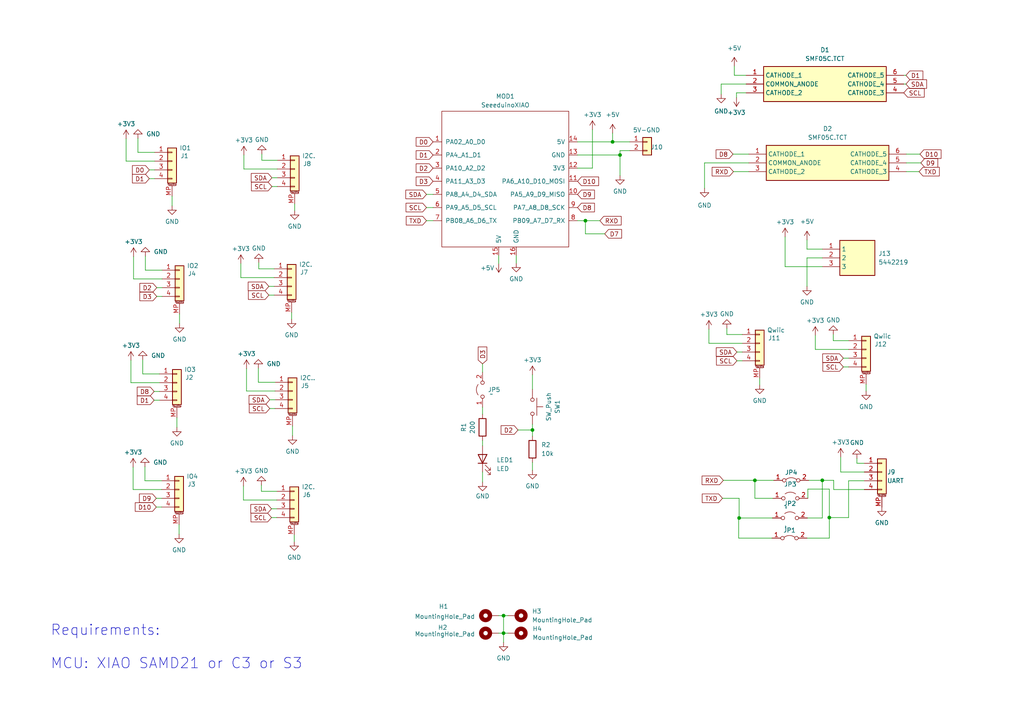
<source format=kicad_sch>
(kicad_sch (version 20230121) (generator eeschema)

  (uuid b271a580-ef79-4fc3-8dd4-75a00623b12e)

  (paper "A4")

  (title_block
    (title "Elektor eXpansion Board")
    (date "2024-05-16")
    (rev "1.0V")
    (company "Elektor Verlag GmbH")
    (comment 1 "Senior Engineer Saad Imtiaz")
  )

  (lib_symbols
    (symbol "Connector_Generic:Conn_01x02" (pin_names (offset 1.016) hide) (in_bom yes) (on_board yes)
      (property "Reference" "J" (at 0 2.54 0)
        (effects (font (size 1.27 1.27)))
      )
      (property "Value" "Conn_01x02" (at 0 -5.08 0)
        (effects (font (size 1.27 1.27)))
      )
      (property "Footprint" "" (at 0 0 0)
        (effects (font (size 1.27 1.27)) hide)
      )
      (property "Datasheet" "~" (at 0 0 0)
        (effects (font (size 1.27 1.27)) hide)
      )
      (property "ki_keywords" "connector" (at 0 0 0)
        (effects (font (size 1.27 1.27)) hide)
      )
      (property "ki_description" "Generic connector, single row, 01x02, script generated (kicad-library-utils/schlib/autogen/connector/)" (at 0 0 0)
        (effects (font (size 1.27 1.27)) hide)
      )
      (property "ki_fp_filters" "Connector*:*_1x??_*" (at 0 0 0)
        (effects (font (size 1.27 1.27)) hide)
      )
      (symbol "Conn_01x02_1_1"
        (rectangle (start -1.27 -2.413) (end 0 -2.667)
          (stroke (width 0.1524) (type default))
          (fill (type none))
        )
        (rectangle (start -1.27 0.127) (end 0 -0.127)
          (stroke (width 0.1524) (type default))
          (fill (type none))
        )
        (rectangle (start -1.27 1.27) (end 1.27 -3.81)
          (stroke (width 0.254) (type default))
          (fill (type background))
        )
        (pin passive line (at -5.08 0 0) (length 3.81)
          (name "Pin_1" (effects (font (size 1.27 1.27))))
          (number "1" (effects (font (size 1.27 1.27))))
        )
        (pin passive line (at -5.08 -2.54 0) (length 3.81)
          (name "Pin_2" (effects (font (size 1.27 1.27))))
          (number "2" (effects (font (size 1.27 1.27))))
        )
      )
    )
    (symbol "Connector_Generic_MountingPin:Conn_01x04_MountingPin" (pin_names (offset 1.016) hide) (in_bom yes) (on_board yes)
      (property "Reference" "J" (at 0 5.08 0)
        (effects (font (size 1.27 1.27)))
      )
      (property "Value" "Conn_01x04_MountingPin" (at 1.27 -7.62 0)
        (effects (font (size 1.27 1.27)) (justify left))
      )
      (property "Footprint" "" (at 0 0 0)
        (effects (font (size 1.27 1.27)) hide)
      )
      (property "Datasheet" "~" (at 0 0 0)
        (effects (font (size 1.27 1.27)) hide)
      )
      (property "ki_keywords" "connector" (at 0 0 0)
        (effects (font (size 1.27 1.27)) hide)
      )
      (property "ki_description" "Generic connectable mounting pin connector, single row, 01x04, script generated (kicad-library-utils/schlib/autogen/connector/)" (at 0 0 0)
        (effects (font (size 1.27 1.27)) hide)
      )
      (property "ki_fp_filters" "Connector*:*_1x??-1MP*" (at 0 0 0)
        (effects (font (size 1.27 1.27)) hide)
      )
      (symbol "Conn_01x04_MountingPin_1_1"
        (rectangle (start -1.27 -4.953) (end 0 -5.207)
          (stroke (width 0.1524) (type default))
          (fill (type none))
        )
        (rectangle (start -1.27 -2.413) (end 0 -2.667)
          (stroke (width 0.1524) (type default))
          (fill (type none))
        )
        (rectangle (start -1.27 0.127) (end 0 -0.127)
          (stroke (width 0.1524) (type default))
          (fill (type none))
        )
        (rectangle (start -1.27 2.667) (end 0 2.413)
          (stroke (width 0.1524) (type default))
          (fill (type none))
        )
        (rectangle (start -1.27 3.81) (end 1.27 -6.35)
          (stroke (width 0.254) (type default))
          (fill (type background))
        )
        (polyline
          (pts
            (xy -1.016 -7.112)
            (xy 1.016 -7.112)
          )
          (stroke (width 0.1524) (type default))
          (fill (type none))
        )
        (text "Mounting" (at 0 -6.731 0)
          (effects (font (size 0.381 0.381)))
        )
        (pin passive line (at -5.08 2.54 0) (length 3.81)
          (name "Pin_1" (effects (font (size 1.27 1.27))))
          (number "1" (effects (font (size 1.27 1.27))))
        )
        (pin passive line (at -5.08 0 0) (length 3.81)
          (name "Pin_2" (effects (font (size 1.27 1.27))))
          (number "2" (effects (font (size 1.27 1.27))))
        )
        (pin passive line (at -5.08 -2.54 0) (length 3.81)
          (name "Pin_3" (effects (font (size 1.27 1.27))))
          (number "3" (effects (font (size 1.27 1.27))))
        )
        (pin passive line (at -5.08 -5.08 0) (length 3.81)
          (name "Pin_4" (effects (font (size 1.27 1.27))))
          (number "4" (effects (font (size 1.27 1.27))))
        )
        (pin passive line (at 0 -10.16 90) (length 3.048)
          (name "MountPin" (effects (font (size 1.27 1.27))))
          (number "MP" (effects (font (size 1.27 1.27))))
        )
      )
    )
    (symbol "Device:LED" (pin_numbers hide) (pin_names (offset 1.016) hide) (in_bom yes) (on_board yes)
      (property "Reference" "D" (at 0 2.54 0)
        (effects (font (size 1.27 1.27)))
      )
      (property "Value" "LED" (at 0 -2.54 0)
        (effects (font (size 1.27 1.27)))
      )
      (property "Footprint" "" (at 0 0 0)
        (effects (font (size 1.27 1.27)) hide)
      )
      (property "Datasheet" "~" (at 0 0 0)
        (effects (font (size 1.27 1.27)) hide)
      )
      (property "ki_keywords" "LED diode" (at 0 0 0)
        (effects (font (size 1.27 1.27)) hide)
      )
      (property "ki_description" "Light emitting diode" (at 0 0 0)
        (effects (font (size 1.27 1.27)) hide)
      )
      (property "ki_fp_filters" "LED* LED_SMD:* LED_THT:*" (at 0 0 0)
        (effects (font (size 1.27 1.27)) hide)
      )
      (symbol "LED_0_1"
        (polyline
          (pts
            (xy -1.27 -1.27)
            (xy -1.27 1.27)
          )
          (stroke (width 0.254) (type default))
          (fill (type none))
        )
        (polyline
          (pts
            (xy -1.27 0)
            (xy 1.27 0)
          )
          (stroke (width 0) (type default))
          (fill (type none))
        )
        (polyline
          (pts
            (xy 1.27 -1.27)
            (xy 1.27 1.27)
            (xy -1.27 0)
            (xy 1.27 -1.27)
          )
          (stroke (width 0.254) (type default))
          (fill (type none))
        )
        (polyline
          (pts
            (xy -3.048 -0.762)
            (xy -4.572 -2.286)
            (xy -3.81 -2.286)
            (xy -4.572 -2.286)
            (xy -4.572 -1.524)
          )
          (stroke (width 0) (type default))
          (fill (type none))
        )
        (polyline
          (pts
            (xy -1.778 -0.762)
            (xy -3.302 -2.286)
            (xy -2.54 -2.286)
            (xy -3.302 -2.286)
            (xy -3.302 -1.524)
          )
          (stroke (width 0) (type default))
          (fill (type none))
        )
      )
      (symbol "LED_1_1"
        (pin passive line (at -3.81 0 0) (length 2.54)
          (name "K" (effects (font (size 1.27 1.27))))
          (number "1" (effects (font (size 1.27 1.27))))
        )
        (pin passive line (at 3.81 0 180) (length 2.54)
          (name "A" (effects (font (size 1.27 1.27))))
          (number "2" (effects (font (size 1.27 1.27))))
        )
      )
    )
    (symbol "Device:R" (pin_numbers hide) (pin_names (offset 0)) (in_bom yes) (on_board yes)
      (property "Reference" "R" (at 2.032 0 90)
        (effects (font (size 1.27 1.27)))
      )
      (property "Value" "R" (at 0 0 90)
        (effects (font (size 1.27 1.27)))
      )
      (property "Footprint" "" (at -1.778 0 90)
        (effects (font (size 1.27 1.27)) hide)
      )
      (property "Datasheet" "~" (at 0 0 0)
        (effects (font (size 1.27 1.27)) hide)
      )
      (property "ki_keywords" "R res resistor" (at 0 0 0)
        (effects (font (size 1.27 1.27)) hide)
      )
      (property "ki_description" "Resistor" (at 0 0 0)
        (effects (font (size 1.27 1.27)) hide)
      )
      (property "ki_fp_filters" "R_*" (at 0 0 0)
        (effects (font (size 1.27 1.27)) hide)
      )
      (symbol "R_0_1"
        (rectangle (start -1.016 -2.54) (end 1.016 2.54)
          (stroke (width 0.254) (type default))
          (fill (type none))
        )
      )
      (symbol "R_1_1"
        (pin passive line (at 0 3.81 270) (length 1.27)
          (name "~" (effects (font (size 1.27 1.27))))
          (number "1" (effects (font (size 1.27 1.27))))
        )
        (pin passive line (at 0 -3.81 90) (length 1.27)
          (name "~" (effects (font (size 1.27 1.27))))
          (number "2" (effects (font (size 1.27 1.27))))
        )
      )
    )
    (symbol "Jumper:Jumper_2_Bridged" (pin_names (offset 0) hide) (in_bom yes) (on_board yes)
      (property "Reference" "JP" (at 0 1.905 0)
        (effects (font (size 1.27 1.27)))
      )
      (property "Value" "Jumper_2_Bridged" (at 0 -2.54 0)
        (effects (font (size 1.27 1.27)))
      )
      (property "Footprint" "" (at 0 0 0)
        (effects (font (size 1.27 1.27)) hide)
      )
      (property "Datasheet" "~" (at 0 0 0)
        (effects (font (size 1.27 1.27)) hide)
      )
      (property "ki_keywords" "Jumper SPST" (at 0 0 0)
        (effects (font (size 1.27 1.27)) hide)
      )
      (property "ki_description" "Jumper, 2-pole, closed/bridged" (at 0 0 0)
        (effects (font (size 1.27 1.27)) hide)
      )
      (property "ki_fp_filters" "Jumper* TestPoint*2Pads* TestPoint*Bridge*" (at 0 0 0)
        (effects (font (size 1.27 1.27)) hide)
      )
      (symbol "Jumper_2_Bridged_0_0"
        (circle (center -2.032 0) (radius 0.508)
          (stroke (width 0) (type default))
          (fill (type none))
        )
        (circle (center 2.032 0) (radius 0.508)
          (stroke (width 0) (type default))
          (fill (type none))
        )
      )
      (symbol "Jumper_2_Bridged_0_1"
        (arc (start 1.524 0.254) (mid 0 0.762) (end -1.524 0.254)
          (stroke (width 0) (type default))
          (fill (type none))
        )
      )
      (symbol "Jumper_2_Bridged_1_1"
        (pin passive line (at -5.08 0 0) (length 2.54)
          (name "A" (effects (font (size 1.27 1.27))))
          (number "1" (effects (font (size 1.27 1.27))))
        )
        (pin passive line (at 5.08 0 180) (length 2.54)
          (name "B" (effects (font (size 1.27 1.27))))
          (number "2" (effects (font (size 1.27 1.27))))
        )
      )
    )
    (symbol "Jumper:Jumper_2_Open" (pin_names (offset 0) hide) (in_bom yes) (on_board yes)
      (property "Reference" "JP" (at 0 2.794 0)
        (effects (font (size 1.27 1.27)))
      )
      (property "Value" "Jumper_2_Open" (at 0 -2.286 0)
        (effects (font (size 1.27 1.27)))
      )
      (property "Footprint" "" (at 0 0 0)
        (effects (font (size 1.27 1.27)) hide)
      )
      (property "Datasheet" "~" (at 0 0 0)
        (effects (font (size 1.27 1.27)) hide)
      )
      (property "ki_keywords" "Jumper SPST" (at 0 0 0)
        (effects (font (size 1.27 1.27)) hide)
      )
      (property "ki_description" "Jumper, 2-pole, open" (at 0 0 0)
        (effects (font (size 1.27 1.27)) hide)
      )
      (property "ki_fp_filters" "Jumper* TestPoint*2Pads* TestPoint*Bridge*" (at 0 0 0)
        (effects (font (size 1.27 1.27)) hide)
      )
      (symbol "Jumper_2_Open_0_0"
        (circle (center -2.032 0) (radius 0.508)
          (stroke (width 0) (type default))
          (fill (type none))
        )
        (circle (center 2.032 0) (radius 0.508)
          (stroke (width 0) (type default))
          (fill (type none))
        )
      )
      (symbol "Jumper_2_Open_0_1"
        (arc (start 1.524 1.27) (mid 0 1.778) (end -1.524 1.27)
          (stroke (width 0) (type default))
          (fill (type none))
        )
      )
      (symbol "Jumper_2_Open_1_1"
        (pin passive line (at -5.08 0 0) (length 2.54)
          (name "A" (effects (font (size 1.27 1.27))))
          (number "1" (effects (font (size 1.27 1.27))))
        )
        (pin passive line (at 5.08 0 180) (length 2.54)
          (name "B" (effects (font (size 1.27 1.27))))
          (number "2" (effects (font (size 1.27 1.27))))
        )
      )
    )
    (symbol "Mechanical:MountingHole_Pad" (pin_numbers hide) (pin_names (offset 1.016) hide) (in_bom yes) (on_board yes)
      (property "Reference" "H" (at 0 6.35 0)
        (effects (font (size 1.27 1.27)))
      )
      (property "Value" "MountingHole_Pad" (at 0 4.445 0)
        (effects (font (size 1.27 1.27)))
      )
      (property "Footprint" "" (at 0 0 0)
        (effects (font (size 1.27 1.27)) hide)
      )
      (property "Datasheet" "~" (at 0 0 0)
        (effects (font (size 1.27 1.27)) hide)
      )
      (property "ki_keywords" "mounting hole" (at 0 0 0)
        (effects (font (size 1.27 1.27)) hide)
      )
      (property "ki_description" "Mounting Hole with connection" (at 0 0 0)
        (effects (font (size 1.27 1.27)) hide)
      )
      (property "ki_fp_filters" "MountingHole*Pad*" (at 0 0 0)
        (effects (font (size 1.27 1.27)) hide)
      )
      (symbol "MountingHole_Pad_0_1"
        (circle (center 0 1.27) (radius 1.27)
          (stroke (width 1.27) (type default))
          (fill (type none))
        )
      )
      (symbol "MountingHole_Pad_1_1"
        (pin input line (at 0 -2.54 90) (length 2.54)
          (name "1" (effects (font (size 1.27 1.27))))
          (number "1" (effects (font (size 1.27 1.27))))
        )
      )
    )
    (symbol "SamacSys_Parts:5442219" (in_bom yes) (on_board yes)
      (property "Reference" "J" (at 16.51 7.62 0)
        (effects (font (size 1.27 1.27)) (justify left top))
      )
      (property "Value" "5442219" (at 16.51 5.08 0)
        (effects (font (size 1.27 1.27)) (justify left top))
      )
      (property "Footprint" "SHDR3W110P0X508_1X3_1524X810X1015P" (at 16.51 -94.92 0)
        (effects (font (size 1.27 1.27)) (justify left top) hide)
      )
      (property "Datasheet" "http://www.phoenixcontact.net/product/5442219" (at 16.51 -194.92 0)
        (effects (font (size 1.27 1.27)) (justify left top) hide)
      )
      (property "Height" "10.15" (at 16.51 -394.92 0)
        (effects (font (size 1.27 1.27)) (justify left top) hide)
      )
      (property "Mouser Part Number" "651-5442219" (at 16.51 -494.92 0)
        (effects (font (size 1.27 1.27)) (justify left top) hide)
      )
      (property "Mouser Price/Stock" "https://www.mouser.co.uk/ProductDetail/Phoenix-Contact/5442219?qs=9Y9qB%2FCsC3m5bf04RC2Ajg%3D%3D" (at 16.51 -594.92 0)
        (effects (font (size 1.27 1.27)) (justify left top) hide)
      )
      (property "Manufacturer_Name" "Phoenix Contact" (at 16.51 -694.92 0)
        (effects (font (size 1.27 1.27)) (justify left top) hide)
      )
      (property "Manufacturer_Part_Number" "5442219" (at 16.51 -794.92 0)
        (effects (font (size 1.27 1.27)) (justify left top) hide)
      )
      (property "ki_description" "Fixed Terminal Blocks BC-508X10- 3 GN 5.08 MM PITCH" (at 0 0 0)
        (effects (font (size 1.27 1.27)) hide)
      )
      (symbol "5442219_1_1"
        (rectangle (start 5.08 2.54) (end 15.24 -7.62)
          (stroke (width 0.254) (type default))
          (fill (type background))
        )
        (pin passive line (at 0 0 0) (length 5.08)
          (name "1" (effects (font (size 1.27 1.27))))
          (number "1" (effects (font (size 1.27 1.27))))
        )
        (pin passive line (at 0 -2.54 0) (length 5.08)
          (name "2" (effects (font (size 1.27 1.27))))
          (number "2" (effects (font (size 1.27 1.27))))
        )
        (pin passive line (at 0 -5.08 0) (length 5.08)
          (name "3" (effects (font (size 1.27 1.27))))
          (number "3" (effects (font (size 1.27 1.27))))
        )
      )
    )
    (symbol "SamacSys_Parts:SMF05C.TCT" (in_bom yes) (on_board yes)
      (property "Reference" "D" (at 41.91 7.62 0)
        (effects (font (size 1.27 1.27)) (justify left top))
      )
      (property "Value" "SMF05C.TCT" (at 41.91 5.08 0)
        (effects (font (size 1.27 1.27)) (justify left top))
      )
      (property "Footprint" "SOT65P210X110-6N" (at 41.91 -94.92 0)
        (effects (font (size 1.27 1.27)) (justify left top) hide)
      )
      (property "Datasheet" "https://www.mouser.co.uk/datasheet/2/761/smf05c-1278099.pdf" (at 41.91 -194.92 0)
        (effects (font (size 1.27 1.27)) (justify left top) hide)
      )
      (property "Height" "1.1" (at 41.91 -394.92 0)
        (effects (font (size 1.27 1.27)) (justify left top) hide)
      )
      (property "Mouser Part Number" "947-SMF05C.TCT" (at 41.91 -494.92 0)
        (effects (font (size 1.27 1.27)) (justify left top) hide)
      )
      (property "Mouser Price/Stock" "https://www.mouser.co.uk/ProductDetail/Semtech/SMF05C.TCT?qs=rBWM4%252BvDhIcdGOAFdL4XAA%3D%3D" (at 41.91 -594.92 0)
        (effects (font (size 1.27 1.27)) (justify left top) hide)
      )
      (property "Manufacturer_Name" "SEMTECH" (at 41.91 -694.92 0)
        (effects (font (size 1.27 1.27)) (justify left top) hide)
      )
      (property "Manufacturer_Part_Number" "SMF05C.TCT" (at 41.91 -794.92 0)
        (effects (font (size 1.27 1.27)) (justify left top) hide)
      )
      (property "ki_description" "Semtech SMF05C.TCT, Quint-Element Uni-Directional TVS Diode, 100W, 6-Pin SOT-363 (SC-70)" (at 0 0 0)
        (effects (font (size 1.27 1.27)) hide)
      )
      (symbol "SMF05C.TCT_1_1"
        (rectangle (start 5.08 2.54) (end 40.64 -7.62)
          (stroke (width 0.254) (type default))
          (fill (type background))
        )
        (pin passive line (at 0 0 0) (length 5.08)
          (name "CATHODE_1" (effects (font (size 1.27 1.27))))
          (number "1" (effects (font (size 1.27 1.27))))
        )
        (pin passive line (at 0 -2.54 0) (length 5.08)
          (name "COMMON_ANODE" (effects (font (size 1.27 1.27))))
          (number "2" (effects (font (size 1.27 1.27))))
        )
        (pin passive line (at 0 -5.08 0) (length 5.08)
          (name "CATHODE_2" (effects (font (size 1.27 1.27))))
          (number "3" (effects (font (size 1.27 1.27))))
        )
        (pin passive line (at 45.72 -5.08 180) (length 5.08)
          (name "CATHODE_3" (effects (font (size 1.27 1.27))))
          (number "4" (effects (font (size 1.27 1.27))))
        )
        (pin passive line (at 45.72 -2.54 180) (length 5.08)
          (name "CATHODE_4" (effects (font (size 1.27 1.27))))
          (number "5" (effects (font (size 1.27 1.27))))
        )
        (pin passive line (at 45.72 0 180) (length 5.08)
          (name "CATHODE_5" (effects (font (size 1.27 1.27))))
          (number "6" (effects (font (size 1.27 1.27))))
        )
      )
    )
    (symbol "Seeeduino XIAO:SeeeduinoXIAO" (pin_names (offset 1.016)) (in_bom yes) (on_board yes)
      (property "Reference" "U1" (at 4.7341 -21.59 0)
        (effects (font (size 1.27 1.27)) (justify left))
      )
      (property "Value" "SeeeduinoXIAO" (at 4.7341 -24.13 0)
        (effects (font (size 1.27 1.27)) (justify left))
      )
      (property "Footprint" "footprints:Seeeduino XIAO-MOUDLE14P-2.54-21X17.8MM" (at -8.89 5.08 0)
        (effects (font (size 1.27 1.27)) hide)
      )
      (property "Datasheet" "" (at -8.89 5.08 0)
        (effects (font (size 1.27 1.27)) hide)
      )
      (symbol "SeeeduinoXIAO_0_1"
        (rectangle (start -19.05 20.32) (end 17.78 -19.05)
          (stroke (width 0) (type solid))
          (fill (type none))
        )
      )
      (symbol "SeeeduinoXIAO_1_1"
        (pin unspecified line (at -21.59 11.43 0) (length 2.54)
          (name "PA02_A0_D0" (effects (font (size 1.27 1.27))))
          (number "1" (effects (font (size 1.27 1.27))))
        )
        (pin unspecified line (at 20.32 -3.81 180) (length 2.54)
          (name "PA5_A9_D9_MISO" (effects (font (size 1.27 1.27))))
          (number "10" (effects (font (size 1.27 1.27))))
        )
        (pin unspecified line (at 20.32 0 180) (length 2.54)
          (name "PA6_A10_D10_MOSI" (effects (font (size 1.27 1.27))))
          (number "11" (effects (font (size 1.27 1.27))))
        )
        (pin unspecified line (at 20.32 3.81 180) (length 2.54)
          (name "3V3" (effects (font (size 1.27 1.27))))
          (number "12" (effects (font (size 1.27 1.27))))
        )
        (pin unspecified line (at 20.32 7.62 180) (length 2.54)
          (name "GND" (effects (font (size 1.27 1.27))))
          (number "13" (effects (font (size 1.27 1.27))))
        )
        (pin unspecified line (at 20.32 11.43 180) (length 2.54)
          (name "5V" (effects (font (size 1.27 1.27))))
          (number "14" (effects (font (size 1.27 1.27))))
        )
        (pin input line (at -2.54 -21.59 90) (length 2.54)
          (name "5V" (effects (font (size 1.27 1.27))))
          (number "15" (effects (font (size 1.27 1.27))))
        )
        (pin input line (at 2.54 -21.59 90) (length 2.54)
          (name "GND" (effects (font (size 1.27 1.27))))
          (number "16" (effects (font (size 1.27 1.27))))
        )
        (pin unspecified line (at -21.59 7.62 0) (length 2.54)
          (name "PA4_A1_D1" (effects (font (size 1.27 1.27))))
          (number "2" (effects (font (size 1.27 1.27))))
        )
        (pin unspecified line (at -21.59 3.81 0) (length 2.54)
          (name "PA10_A2_D2" (effects (font (size 1.27 1.27))))
          (number "3" (effects (font (size 1.27 1.27))))
        )
        (pin unspecified line (at -21.59 0 0) (length 2.54)
          (name "PA11_A3_D3" (effects (font (size 1.27 1.27))))
          (number "4" (effects (font (size 1.27 1.27))))
        )
        (pin unspecified line (at -21.59 -3.81 0) (length 2.54)
          (name "PA8_A4_D4_SDA" (effects (font (size 1.27 1.27))))
          (number "5" (effects (font (size 1.27 1.27))))
        )
        (pin unspecified line (at -21.59 -7.62 0) (length 2.54)
          (name "PA9_A5_D5_SCL" (effects (font (size 1.27 1.27))))
          (number "6" (effects (font (size 1.27 1.27))))
        )
        (pin unspecified line (at -21.59 -11.43 0) (length 2.54)
          (name "PB08_A6_D6_TX" (effects (font (size 1.27 1.27))))
          (number "7" (effects (font (size 1.27 1.27))))
        )
        (pin unspecified line (at 20.32 -11.43 180) (length 2.54)
          (name "PB09_A7_D7_RX" (effects (font (size 1.27 1.27))))
          (number "8" (effects (font (size 1.27 1.27))))
        )
        (pin unspecified line (at 20.32 -7.62 180) (length 2.54)
          (name "PA7_A8_D8_SCK" (effects (font (size 1.27 1.27))))
          (number "9" (effects (font (size 1.27 1.27))))
        )
      )
    )
    (symbol "Switch:SW_Push" (pin_numbers hide) (pin_names (offset 1.016) hide) (in_bom yes) (on_board yes)
      (property "Reference" "SW" (at 1.27 2.54 0)
        (effects (font (size 1.27 1.27)) (justify left))
      )
      (property "Value" "SW_Push" (at 0 -1.524 0)
        (effects (font (size 1.27 1.27)))
      )
      (property "Footprint" "" (at 0 5.08 0)
        (effects (font (size 1.27 1.27)) hide)
      )
      (property "Datasheet" "~" (at 0 5.08 0)
        (effects (font (size 1.27 1.27)) hide)
      )
      (property "ki_keywords" "switch normally-open pushbutton push-button" (at 0 0 0)
        (effects (font (size 1.27 1.27)) hide)
      )
      (property "ki_description" "Push button switch, generic, two pins" (at 0 0 0)
        (effects (font (size 1.27 1.27)) hide)
      )
      (symbol "SW_Push_0_1"
        (circle (center -2.032 0) (radius 0.508)
          (stroke (width 0) (type default))
          (fill (type none))
        )
        (polyline
          (pts
            (xy 0 1.27)
            (xy 0 3.048)
          )
          (stroke (width 0) (type default))
          (fill (type none))
        )
        (polyline
          (pts
            (xy 2.54 1.27)
            (xy -2.54 1.27)
          )
          (stroke (width 0) (type default))
          (fill (type none))
        )
        (circle (center 2.032 0) (radius 0.508)
          (stroke (width 0) (type default))
          (fill (type none))
        )
        (pin passive line (at -5.08 0 0) (length 2.54)
          (name "1" (effects (font (size 1.27 1.27))))
          (number "1" (effects (font (size 1.27 1.27))))
        )
        (pin passive line (at 5.08 0 180) (length 2.54)
          (name "2" (effects (font (size 1.27 1.27))))
          (number "2" (effects (font (size 1.27 1.27))))
        )
      )
    )
    (symbol "power:+3V3" (power) (pin_names (offset 0)) (in_bom yes) (on_board yes)
      (property "Reference" "#PWR" (at 0 -3.81 0)
        (effects (font (size 1.27 1.27)) hide)
      )
      (property "Value" "+3V3" (at 0 3.556 0)
        (effects (font (size 1.27 1.27)))
      )
      (property "Footprint" "" (at 0 0 0)
        (effects (font (size 1.27 1.27)) hide)
      )
      (property "Datasheet" "" (at 0 0 0)
        (effects (font (size 1.27 1.27)) hide)
      )
      (property "ki_keywords" "global power" (at 0 0 0)
        (effects (font (size 1.27 1.27)) hide)
      )
      (property "ki_description" "Power symbol creates a global label with name \"+3V3\"" (at 0 0 0)
        (effects (font (size 1.27 1.27)) hide)
      )
      (symbol "+3V3_0_1"
        (polyline
          (pts
            (xy -0.762 1.27)
            (xy 0 2.54)
          )
          (stroke (width 0) (type default))
          (fill (type none))
        )
        (polyline
          (pts
            (xy 0 0)
            (xy 0 2.54)
          )
          (stroke (width 0) (type default))
          (fill (type none))
        )
        (polyline
          (pts
            (xy 0 2.54)
            (xy 0.762 1.27)
          )
          (stroke (width 0) (type default))
          (fill (type none))
        )
      )
      (symbol "+3V3_1_1"
        (pin power_in line (at 0 0 90) (length 0) hide
          (name "+3V3" (effects (font (size 1.27 1.27))))
          (number "1" (effects (font (size 1.27 1.27))))
        )
      )
    )
    (symbol "power:+5V" (power) (pin_names (offset 0)) (in_bom yes) (on_board yes)
      (property "Reference" "#PWR" (at 0 -3.81 0)
        (effects (font (size 1.27 1.27)) hide)
      )
      (property "Value" "+5V" (at 0 3.556 0)
        (effects (font (size 1.27 1.27)))
      )
      (property "Footprint" "" (at 0 0 0)
        (effects (font (size 1.27 1.27)) hide)
      )
      (property "Datasheet" "" (at 0 0 0)
        (effects (font (size 1.27 1.27)) hide)
      )
      (property "ki_keywords" "global power" (at 0 0 0)
        (effects (font (size 1.27 1.27)) hide)
      )
      (property "ki_description" "Power symbol creates a global label with name \"+5V\"" (at 0 0 0)
        (effects (font (size 1.27 1.27)) hide)
      )
      (symbol "+5V_0_1"
        (polyline
          (pts
            (xy -0.762 1.27)
            (xy 0 2.54)
          )
          (stroke (width 0) (type default))
          (fill (type none))
        )
        (polyline
          (pts
            (xy 0 0)
            (xy 0 2.54)
          )
          (stroke (width 0) (type default))
          (fill (type none))
        )
        (polyline
          (pts
            (xy 0 2.54)
            (xy 0.762 1.27)
          )
          (stroke (width 0) (type default))
          (fill (type none))
        )
      )
      (symbol "+5V_1_1"
        (pin power_in line (at 0 0 90) (length 0) hide
          (name "+5V" (effects (font (size 1.27 1.27))))
          (number "1" (effects (font (size 1.27 1.27))))
        )
      )
    )
    (symbol "power:GND" (power) (pin_names (offset 0)) (in_bom yes) (on_board yes)
      (property "Reference" "#PWR" (at 0 -6.35 0)
        (effects (font (size 1.27 1.27)) hide)
      )
      (property "Value" "GND" (at 0 -3.81 0)
        (effects (font (size 1.27 1.27)))
      )
      (property "Footprint" "" (at 0 0 0)
        (effects (font (size 1.27 1.27)) hide)
      )
      (property "Datasheet" "" (at 0 0 0)
        (effects (font (size 1.27 1.27)) hide)
      )
      (property "ki_keywords" "global power" (at 0 0 0)
        (effects (font (size 1.27 1.27)) hide)
      )
      (property "ki_description" "Power symbol creates a global label with name \"GND\" , ground" (at 0 0 0)
        (effects (font (size 1.27 1.27)) hide)
      )
      (symbol "GND_0_1"
        (polyline
          (pts
            (xy 0 0)
            (xy 0 -1.27)
            (xy 1.27 -1.27)
            (xy 0 -2.54)
            (xy -1.27 -1.27)
            (xy 0 -1.27)
          )
          (stroke (width 0) (type default))
          (fill (type none))
        )
      )
      (symbol "GND_1_1"
        (pin power_in line (at 0 0 270) (length 0) hide
          (name "GND" (effects (font (size 1.27 1.27))))
          (number "1" (effects (font (size 1.27 1.27))))
        )
      )
    )
  )

  (junction (at 146.05 183.642) (diameter 0) (color 0 0 0 0)
    (uuid 12249320-a2d5-4eb8-8e83-ddcc2f6b1e72)
  )
  (junction (at 238.506 139.319) (diameter 0) (color 0 0 0 0)
    (uuid 19b5e813-87b7-4d5f-8aea-af4183ce5826)
  )
  (junction (at 179.832 44.958) (diameter 0) (color 0 0 0 0)
    (uuid 5a561b91-75d8-4096-ac27-9a9ddf592832)
  )
  (junction (at 218.948 139.319) (diameter 0) (color 0 0 0 0)
    (uuid 5dbc1d19-c64c-493d-99c5-655e022d1134)
  )
  (junction (at 240.538 150.114) (diameter 0) (color 0 0 0 0)
    (uuid 7d01da34-e996-43c6-8b09-3e13c3c49791)
  )
  (junction (at 214.376 150.241) (diameter 0) (color 0 0 0 0)
    (uuid a4c72691-1936-47ff-af20-616ede91151c)
  )
  (junction (at 154.432 124.714) (diameter 0) (color 0 0 0 0)
    (uuid b93100cf-6cb9-4d80-8de7-d3936c8d0171)
  )
  (junction (at 177.673 41.148) (diameter 0) (color 0 0 0 0)
    (uuid bff94a6a-68cb-412c-aa3a-0d0f94df5894)
  )
  (junction (at 146.05 178.562) (diameter 0) (color 0 0 0 0)
    (uuid e5888bc7-0abb-4bcf-b030-6b0ed7a0eb5e)
  )
  (junction (at 169.799 64.008) (diameter 0) (color 0 0 0 0)
    (uuid fcc189e7-a7bf-4037-9e1c-31ef492824c0)
  )

  (wire (pts (xy 146.05 178.562) (xy 146.05 183.642))
    (stroke (width 0) (type default))
    (uuid 02806e45-a183-4bb3-90b3-1f7fbc42c065)
  )
  (wire (pts (xy 227.711 77.343) (xy 238.506 77.343))
    (stroke (width 0) (type default))
    (uuid 032e2ed5-54a1-4006-9895-a12588cde45d)
  )
  (wire (pts (xy 241.681 97.028) (xy 241.681 98.806))
    (stroke (width 0) (type default))
    (uuid 04defa55-3250-4db8-b2bd-4cbfbb224fed)
  )
  (wire (pts (xy 78.867 54.102) (xy 80.391 54.102))
    (stroke (width 0) (type default))
    (uuid 04f1d065-d81b-4663-b53a-b504e0237268)
  )
  (wire (pts (xy 240.538 150.114) (xy 240.538 156.083))
    (stroke (width 0) (type default))
    (uuid 08332f63-d30c-4c7c-ae3c-43f64a3255de)
  )
  (wire (pts (xy 37.973 104.521) (xy 37.973 110.998))
    (stroke (width 0) (type default))
    (uuid 08f80f25-32ea-46ff-a5ca-21cae4788e17)
  )
  (wire (pts (xy 243.84 136.906) (xy 250.698 136.906))
    (stroke (width 0) (type default))
    (uuid 0ddb3891-26d3-4592-a9e9-20dae0279d3c)
  )
  (wire (pts (xy 42.037 139.446) (xy 46.863 139.446))
    (stroke (width 0) (type default))
    (uuid 0efa5db7-a6c9-4761-b272-3fbe7a4f01e9)
  )
  (wire (pts (xy 139.954 139.827) (xy 139.954 136.906))
    (stroke (width 0) (type default))
    (uuid 0ffd0b05-632f-46f8-be3d-910e473c3d78)
  )
  (wire (pts (xy 85.471 61.087) (xy 85.471 59.182))
    (stroke (width 0) (type default))
    (uuid 12d0b433-7d7b-4532-9f85-52fb5235fb6a)
  )
  (wire (pts (xy 154.432 134.112) (xy 154.432 136.398))
    (stroke (width 0) (type default))
    (uuid 12d6b40f-712d-489d-8491-7d15c16962d5)
  )
  (wire (pts (xy 85.344 157.099) (xy 85.344 155.194))
    (stroke (width 0) (type default))
    (uuid 13074657-ed42-46cd-b010-49c1ceb60e51)
  )
  (wire (pts (xy 45.339 147.066) (xy 46.863 147.066))
    (stroke (width 0) (type default))
    (uuid 14309a05-22a0-4b44-bbc3-eec40ecc976f)
  )
  (wire (pts (xy 70.739 49.022) (xy 80.391 49.022))
    (stroke (width 0) (type default))
    (uuid 14ea940e-ddc1-4fc6-a473-43ba27e4ff20)
  )
  (wire (pts (xy 154.432 108.712) (xy 154.432 112.903))
    (stroke (width 0) (type default))
    (uuid 18cdeeac-c61e-4369-b2ed-1edf38b3b0d7)
  )
  (wire (pts (xy 71.501 106.934) (xy 71.501 113.411))
    (stroke (width 0) (type default))
    (uuid 1ba3e691-5ef4-415e-89c4-563a9c8e806f)
  )
  (wire (pts (xy 38.608 135.509) (xy 38.608 141.986))
    (stroke (width 0) (type default))
    (uuid 1cf92cad-a853-4879-be13-44898cd49676)
  )
  (wire (pts (xy 248.539 132.969) (xy 248.539 134.366))
    (stroke (width 0) (type default))
    (uuid 1e2c752d-2ac0-4460-8426-36effe19c6de)
  )
  (wire (pts (xy 218.948 139.319) (xy 224.409 139.319))
    (stroke (width 0) (type default))
    (uuid 22a2bbca-a601-4cc6-a536-c8f6129ec2b5)
  )
  (wire (pts (xy 234.315 141.859) (xy 234.315 144.526))
    (stroke (width 0) (type default))
    (uuid 23cd1415-a2e3-4bcf-af3e-62254c6a0d72)
  )
  (wire (pts (xy 205.613 95.504) (xy 205.613 99.568))
    (stroke (width 0) (type default))
    (uuid 24769fe4-e07f-4f90-bff7-5b1166965a14)
  )
  (wire (pts (xy 78.232 115.951) (xy 79.756 115.951))
    (stroke (width 0) (type default))
    (uuid 2532ce01-f221-4d8c-9fe7-29062d899380)
  )
  (wire (pts (xy 167.513 44.958) (xy 179.832 44.958))
    (stroke (width 0) (type default))
    (uuid 26899746-525e-427e-a91a-e60cabc06e68)
  )
  (wire (pts (xy 214.249 156.083) (xy 214.249 150.241))
    (stroke (width 0) (type default))
    (uuid 27114ce1-3795-4248-9b88-7e441f4bbadb)
  )
  (wire (pts (xy 149.733 74.168) (xy 149.733 76.327))
    (stroke (width 0) (type default))
    (uuid 2cba4674-84dc-4a68-a9ed-3ef984daa847)
  )
  (wire (pts (xy 177.673 38.608) (xy 177.673 41.148))
    (stroke (width 0) (type default))
    (uuid 2d105945-fe65-4d08-97a2-8bfcd9291601)
  )
  (wire (pts (xy 70.739 44.958) (xy 70.739 49.022))
    (stroke (width 0) (type default))
    (uuid 2dcf6c04-bdd6-4864-b6f9-392aa5cd1e80)
  )
  (wire (pts (xy 213.614 28.321) (xy 213.614 26.924))
    (stroke (width 0) (type default))
    (uuid 2e5f86fa-2db6-4425-9a45-da2c6fc22352)
  )
  (wire (pts (xy 244.602 106.426) (xy 246.126 106.426))
    (stroke (width 0) (type default))
    (uuid 2ec90604-52f6-4f7c-b5b6-f3cf4be1979e)
  )
  (wire (pts (xy 214.376 144.526) (xy 214.376 150.241))
    (stroke (width 0) (type default))
    (uuid 2fa8dcdd-e8e8-48cb-9a46-9efc9b17528c)
  )
  (wire (pts (xy 182.626 43.688) (xy 179.832 43.688))
    (stroke (width 0) (type default))
    (uuid 301704d7-68ae-4704-8d73-75f46f8be907)
  )
  (wire (pts (xy 42.037 135.382) (xy 42.037 139.446))
    (stroke (width 0) (type default))
    (uuid 3056957e-8d61-4fec-b6d4-c9098e4f0180)
  )
  (wire (pts (xy 246.126 139.446) (xy 250.698 139.446))
    (stroke (width 0) (type default))
    (uuid 30a03a26-8e39-4bcc-af43-b83a41189ce5)
  )
  (wire (pts (xy 78.74 150.114) (xy 80.264 150.114))
    (stroke (width 0) (type default))
    (uuid 30cd32c6-7d04-470e-b3dc-76680f170e13)
  )
  (wire (pts (xy 209.55 144.526) (xy 214.376 144.526))
    (stroke (width 0) (type default))
    (uuid 32edfba3-fc23-4e9b-ab08-6c864c37ab5f)
  )
  (wire (pts (xy 38.608 141.986) (xy 46.863 141.986))
    (stroke (width 0) (type default))
    (uuid 37cadab4-c629-48c4-aad2-d20f6be0c7e8)
  )
  (wire (pts (xy 45.466 83.439) (xy 46.99 83.439))
    (stroke (width 0) (type default))
    (uuid 37efd732-beb0-4d07-b52e-e97aa3db32d8)
  )
  (wire (pts (xy 139.954 105.537) (xy 139.954 107.95))
    (stroke (width 0) (type default))
    (uuid 3aa55995-9d59-4773-9b9c-8514480f9a4a)
  )
  (wire (pts (xy 167.513 41.148) (xy 177.673 41.148))
    (stroke (width 0) (type default))
    (uuid 3ac6b0d0-62e7-46be-9103-793eba5f342f)
  )
  (wire (pts (xy 146.05 183.642) (xy 147.32 183.642))
    (stroke (width 0) (type default))
    (uuid 3ca46bf8-bc18-46df-8b2e-73a02bbc7775)
  )
  (wire (pts (xy 37.973 110.998) (xy 46.228 110.998))
    (stroke (width 0) (type default))
    (uuid 3cc69f45-4c2b-4ef3-af9e-e60a4f91afc3)
  )
  (wire (pts (xy 70.612 145.034) (xy 80.264 145.034))
    (stroke (width 0) (type default))
    (uuid 3d79149b-12ea-44fc-878a-f90e104f6439)
  )
  (wire (pts (xy 238.506 150.241) (xy 238.506 139.319))
    (stroke (width 0) (type default))
    (uuid 3ee48c3a-cf28-42c4-99ac-157aca84dc39)
  )
  (wire (pts (xy 241.808 139.319) (xy 238.506 139.319))
    (stroke (width 0) (type default))
    (uuid 409deb91-9128-4ec0-bf62-2c52d1f72fb4)
  )
  (wire (pts (xy 214.249 150.241) (xy 214.376 150.241))
    (stroke (width 0) (type default))
    (uuid 416ac4a3-4170-49ab-add9-f8e89b2fd82d)
  )
  (wire (pts (xy 123.698 56.388) (xy 125.603 56.388))
    (stroke (width 0) (type default))
    (uuid 41ca9688-f5aa-4919-b9c8-426b7a0c5158)
  )
  (wire (pts (xy 243.84 132.588) (xy 243.84 136.906))
    (stroke (width 0) (type default))
    (uuid 41d59329-47b3-40d9-aad1-7123aa78beda)
  )
  (wire (pts (xy 171.831 48.768) (xy 167.513 48.768))
    (stroke (width 0) (type default))
    (uuid 43977d92-f911-4a52-b030-8d56e0feaa24)
  )
  (wire (pts (xy 154.432 123.063) (xy 154.432 124.714))
    (stroke (width 0) (type default))
    (uuid 47a95550-41a9-40f6-9e6f-44b8f431ede0)
  )
  (wire (pts (xy 52.07 91.059) (xy 52.07 93.853))
    (stroke (width 0) (type default))
    (uuid 49d04197-c4bf-4a9d-9509-50c5e3bc8e11)
  )
  (wire (pts (xy 70.612 140.97) (xy 70.612 145.034))
    (stroke (width 0) (type default))
    (uuid 4afef5e3-7ded-45cf-9af1-339798a742df)
  )
  (wire (pts (xy 212.979 21.844) (xy 216.408 21.844))
    (stroke (width 0) (type default))
    (uuid 4b39d3fd-395b-418d-b81c-277fbfae7ae0)
  )
  (wire (pts (xy 36.576 40.259) (xy 36.576 46.736))
    (stroke (width 0) (type default))
    (uuid 4d5b6d0b-d14a-479f-ac42-6a3bfb4f98e6)
  )
  (wire (pts (xy 212.725 49.784) (xy 217.17 49.784))
    (stroke (width 0) (type default))
    (uuid 4e213bba-100e-4d7c-8b34-9bb892ad806f)
  )
  (wire (pts (xy 262.128 21.844) (xy 262.763 21.844))
    (stroke (width 0) (type default))
    (uuid 4f41b826-b29a-4335-ab59-c77d23429232)
  )
  (wire (pts (xy 139.954 118.11) (xy 139.954 120.142))
    (stroke (width 0) (type default))
    (uuid 4f9b6a14-4ba6-4e72-a86c-071a20327cca)
  )
  (wire (pts (xy 227.711 68.707) (xy 227.711 77.343))
    (stroke (width 0) (type default))
    (uuid 5023ecde-e4ab-4bd1-b679-028673243950)
  )
  (wire (pts (xy 75.819 140.716) (xy 75.819 142.494))
    (stroke (width 0) (type default))
    (uuid 502c58d6-641c-49f7-abcc-5693ea768289)
  )
  (wire (pts (xy 78.74 147.574) (xy 80.264 147.574))
    (stroke (width 0) (type default))
    (uuid 5463e388-ace6-4231-9241-fbd55d23d35c)
  )
  (wire (pts (xy 43.307 51.816) (xy 44.831 51.816))
    (stroke (width 0) (type default))
    (uuid 54f72667-591e-49a0-bd51-40aebbb59988)
  )
  (wire (pts (xy 218.948 139.319) (xy 218.948 144.526))
    (stroke (width 0) (type default))
    (uuid 551196ca-a10d-46fb-a85c-76f23ac14795)
  )
  (wire (pts (xy 241.808 141.986) (xy 250.698 141.986))
    (stroke (width 0) (type default))
    (uuid 553a774f-535e-4167-b0f5-cbbe780395fd)
  )
  (wire (pts (xy 223.901 156.083) (xy 214.249 156.083))
    (stroke (width 0) (type default))
    (uuid 56c5631b-77c2-4c15-9a22-c1ef4ba7b5b3)
  )
  (wire (pts (xy 210.82 97.028) (xy 215.265 97.028))
    (stroke (width 0) (type default))
    (uuid 59846f8f-6b82-4898-bf41-14f26e620515)
  )
  (wire (pts (xy 41.402 104.394) (xy 41.402 108.458))
    (stroke (width 0) (type default))
    (uuid 598890de-7b94-44f8-a5aa-3c2c3cc30df2)
  )
  (wire (pts (xy 179.832 44.958) (xy 179.832 50.927))
    (stroke (width 0) (type default))
    (uuid 60f4e298-ce8a-4692-9d4d-291f562af282)
  )
  (wire (pts (xy 75.057 77.978) (xy 79.502 77.978))
    (stroke (width 0) (type default))
    (uuid 62db1214-35c5-4fa3-8e6d-75d5f61f4410)
  )
  (wire (pts (xy 209.169 24.384) (xy 209.169 27.305))
    (stroke (width 0) (type default))
    (uuid 67d613c9-dc0f-4689-813f-a3a6e634ab26)
  )
  (wire (pts (xy 240.538 141.859) (xy 240.538 150.114))
    (stroke (width 0) (type default))
    (uuid 69640005-b64f-46d9-90be-6715a5cd4895)
  )
  (wire (pts (xy 42.164 74.295) (xy 42.164 78.359))
    (stroke (width 0) (type default))
    (uuid 6b6992ec-18d7-4033-b477-ac0962f0f3a9)
  )
  (wire (pts (xy 71.501 113.411) (xy 79.756 113.411))
    (stroke (width 0) (type default))
    (uuid 6b86d2cb-94d1-49fa-b346-734b88407815)
  )
  (wire (pts (xy 216.408 24.384) (xy 209.169 24.384))
    (stroke (width 0) (type default))
    (uuid 6e886433-f608-4073-86a4-6ba70f6260fa)
  )
  (wire (pts (xy 234.061 74.803) (xy 238.506 74.803))
    (stroke (width 0) (type default))
    (uuid 6ec0983c-73b2-4042-92a9-f3949c5e6208)
  )
  (wire (pts (xy 123.698 60.198) (xy 125.603 60.198))
    (stroke (width 0) (type default))
    (uuid 7017f35c-f75f-45c0-a28f-6504402bdb5f)
  )
  (wire (pts (xy 69.85 76.454) (xy 69.85 80.518))
    (stroke (width 0) (type default))
    (uuid 70c0f170-17e0-4578-86ca-6226da6b1b6f)
  )
  (wire (pts (xy 234.061 69.596) (xy 234.061 72.263))
    (stroke (width 0) (type default))
    (uuid 720b8f40-7040-4c48-8453-fe9c1546fcb3)
  )
  (wire (pts (xy 169.799 64.008) (xy 167.513 64.008))
    (stroke (width 0) (type default))
    (uuid 751cd5f9-d38f-42a3-b327-65b7ddd83695)
  )
  (wire (pts (xy 169.799 64.008) (xy 169.799 67.818))
    (stroke (width 0) (type default))
    (uuid 76eafbea-6da2-4ea1-b544-ffe0ea93e892)
  )
  (wire (pts (xy 84.582 92.583) (xy 84.582 90.678))
    (stroke (width 0) (type default))
    (uuid 7efcd4a5-8635-43a9-be9f-5961792f0c89)
  )
  (wire (pts (xy 84.836 123.571) (xy 84.836 126.365))
    (stroke (width 0) (type default))
    (uuid 7ffca3d0-ce6c-4d62-9092-fc8e3f7db6e8)
  )
  (wire (pts (xy 36.576 46.736) (xy 44.831 46.736))
    (stroke (width 0) (type default))
    (uuid 809441bf-56b8-45ea-a176-100ab43ffa39)
  )
  (wire (pts (xy 214.376 150.241) (xy 224.028 150.241))
    (stroke (width 0) (type default))
    (uuid 8487aa85-807c-4f77-8e53-05a54a6c53ce)
  )
  (wire (pts (xy 74.93 110.871) (xy 79.756 110.871))
    (stroke (width 0) (type default))
    (uuid 85bedc52-69a4-4e70-9869-657c98824a83)
  )
  (wire (pts (xy 236.474 101.346) (xy 246.126 101.346))
    (stroke (width 0) (type default))
    (uuid 8606fc28-979a-4600-9c6d-bf8a6c3f8d36)
  )
  (wire (pts (xy 75.946 46.482) (xy 80.391 46.482))
    (stroke (width 0) (type default))
    (uuid 8682e304-96fc-4cee-8a46-3afeabd65694)
  )
  (wire (pts (xy 45.466 85.979) (xy 46.99 85.979))
    (stroke (width 0) (type default))
    (uuid 8b3721eb-fcc5-4879-8c86-88879c6393c1)
  )
  (wire (pts (xy 144.653 178.562) (xy 146.05 178.562))
    (stroke (width 0) (type default))
    (uuid 8c98d2bd-ba82-46d5-ae03-f233d32d6d29)
  )
  (wire (pts (xy 218.948 144.526) (xy 224.155 144.526))
    (stroke (width 0) (type default))
    (uuid 8ef6ef66-b0e4-4a17-bb58-7e1545845aca)
  )
  (wire (pts (xy 144.653 183.642) (xy 146.05 183.642))
    (stroke (width 0) (type default))
    (uuid 91070c96-607b-4319-8e50-078f9448d1ae)
  )
  (wire (pts (xy 205.613 99.568) (xy 215.265 99.568))
    (stroke (width 0) (type default))
    (uuid 91395ffc-5815-4481-9f5e-6cb8eed822bf)
  )
  (wire (pts (xy 234.061 72.263) (xy 238.506 72.263))
    (stroke (width 0) (type default))
    (uuid 939884f3-74e4-4c64-b293-8b17cb8d4744)
  )
  (wire (pts (xy 234.061 156.083) (xy 240.538 156.083))
    (stroke (width 0) (type default))
    (uuid 951cb1f2-e4bf-4acc-892e-5e774239b281)
  )
  (wire (pts (xy 234.188 150.241) (xy 238.506 150.241))
    (stroke (width 0) (type default))
    (uuid 97f4754d-1e60-4417-bd78-86b76b5daaa1)
  )
  (wire (pts (xy 213.614 26.924) (xy 216.408 26.924))
    (stroke (width 0) (type default))
    (uuid 9ab5e53c-99f6-4911-9419-9b0d968b5451)
  )
  (wire (pts (xy 210.82 95.25) (xy 210.82 97.028))
    (stroke (width 0) (type default))
    (uuid 9b94d92b-4ec9-4cee-a953-4d90c7b76369)
  )
  (wire (pts (xy 241.808 141.986) (xy 241.808 139.319))
    (stroke (width 0) (type default))
    (uuid 9d693881-676b-4062-aac7-d68c28f526a9)
  )
  (wire (pts (xy 51.943 152.146) (xy 51.943 154.94))
    (stroke (width 0) (type default))
    (uuid 9e079c3b-1222-4448-955b-cb50ce7d2bb6)
  )
  (wire (pts (xy 146.05 186.309) (xy 146.05 183.642))
    (stroke (width 0) (type default))
    (uuid 9f3f4784-04bd-4c6a-b93e-ab5a9024f127)
  )
  (wire (pts (xy 212.598 44.704) (xy 217.17 44.704))
    (stroke (width 0) (type default))
    (uuid a08df0e3-d343-47d5-9d8a-7e58b0c077e0)
  )
  (wire (pts (xy 234.569 139.319) (xy 238.506 139.319))
    (stroke (width 0) (type default))
    (uuid a41eef59-46b2-4468-b0ec-25cdf5ef613a)
  )
  (wire (pts (xy 69.85 80.518) (xy 79.502 80.518))
    (stroke (width 0) (type default))
    (uuid a622feca-790b-41d3-9211-6073f9d6430b)
  )
  (wire (pts (xy 45.339 144.526) (xy 46.863 144.526))
    (stroke (width 0) (type default))
    (uuid a94af7b5-0f5c-47aa-80cc-8c081f6682d3)
  )
  (wire (pts (xy 251.206 113.411) (xy 251.206 111.506))
    (stroke (width 0) (type default))
    (uuid a953a6c0-24d8-4f56-a30d-9bb0b100f8a2)
  )
  (wire (pts (xy 44.704 113.538) (xy 46.228 113.538))
    (stroke (width 0) (type default))
    (uuid ab667c15-9d9e-40d5-aac7-84b1c938f5f4)
  )
  (wire (pts (xy 44.704 116.078) (xy 46.228 116.078))
    (stroke (width 0) (type default))
    (uuid ae18e5c7-8c25-4f7c-8dc3-3f2d375ad2d4)
  )
  (wire (pts (xy 49.911 56.896) (xy 49.911 59.69))
    (stroke (width 0) (type default))
    (uuid b3f0c9e2-39cf-4788-9aae-e1e65adf615b)
  )
  (wire (pts (xy 139.954 129.286) (xy 139.954 127.762))
    (stroke (width 0) (type default))
    (uuid b58efad2-beb3-4d00-8769-4e791f0f3d7d)
  )
  (wire (pts (xy 266.827 44.704) (xy 262.89 44.704))
    (stroke (width 0) (type default))
    (uuid b67fa68b-ff9d-498f-8294-d44b12b36070)
  )
  (wire (pts (xy 234.315 141.859) (xy 240.538 141.859))
    (stroke (width 0) (type default))
    (uuid b7161a8d-baa0-4902-ae6e-dc9d9cb3979a)
  )
  (wire (pts (xy 204.343 47.244) (xy 217.17 47.244))
    (stroke (width 0) (type default))
    (uuid b8f81938-9bbb-415b-98ef-b2e8c0a935ae)
  )
  (wire (pts (xy 262.89 47.244) (xy 267.081 47.244))
    (stroke (width 0) (type default))
    (uuid b91933b0-b3fa-4d37-8e39-ca33f66d134b)
  )
  (wire (pts (xy 38.735 80.899) (xy 46.99 80.899))
    (stroke (width 0) (type default))
    (uuid bdf5b421-1378-4aa0-a476-4a18fa53c542)
  )
  (wire (pts (xy 236.474 97.282) (xy 236.474 101.346))
    (stroke (width 0) (type default))
    (uuid c0a3f597-2fb8-4738-af25-a91165e22951)
  )
  (wire (pts (xy 204.343 54.61) (xy 204.343 47.244))
    (stroke (width 0) (type default))
    (uuid c2237548-b918-45f0-a526-6d9203eb09dc)
  )
  (wire (pts (xy 144.653 74.168) (xy 144.653 76.454))
    (stroke (width 0) (type default))
    (uuid c4559859-74bb-4d39-b6d3-025a81b8b3d4)
  )
  (wire (pts (xy 213.741 102.108) (xy 215.265 102.108))
    (stroke (width 0) (type default))
    (uuid c6a351f3-1597-4d6d-8c66-bca73554d72a)
  )
  (wire (pts (xy 43.307 49.276) (xy 44.831 49.276))
    (stroke (width 0) (type default))
    (uuid c7f0adf2-a2cc-4d75-abb1-ce9c48ab2b5d)
  )
  (wire (pts (xy 244.602 103.886) (xy 246.126 103.886))
    (stroke (width 0) (type default))
    (uuid c8b2c076-e0aa-424b-930e-38dd161a4922)
  )
  (wire (pts (xy 146.05 178.562) (xy 147.32 178.562))
    (stroke (width 0) (type default))
    (uuid c9fd36e6-0ff7-4b4c-9eea-b4590acb1ba2)
  )
  (wire (pts (xy 213.741 104.648) (xy 215.265 104.648))
    (stroke (width 0) (type default))
    (uuid cd5bf20c-e78c-47a2-8c61-5b5033d27632)
  )
  (wire (pts (xy 41.402 108.458) (xy 46.228 108.458))
    (stroke (width 0) (type default))
    (uuid d24d657e-516b-4e6b-a2a0-21bbd671d91a)
  )
  (wire (pts (xy 173.99 64.008) (xy 169.799 64.008))
    (stroke (width 0) (type default))
    (uuid d309cab0-1fa7-43e6-a108-1f19d083f869)
  )
  (wire (pts (xy 78.867 51.562) (xy 80.391 51.562))
    (stroke (width 0) (type default))
    (uuid d42d760f-5ca0-4520-b64a-e979d872dcb7)
  )
  (wire (pts (xy 262.89 49.784) (xy 266.573 49.784))
    (stroke (width 0) (type default))
    (uuid d67491eb-4946-4884-85f9-e88bb0b7c3b6)
  )
  (wire (pts (xy 75.057 76.2) (xy 75.057 77.978))
    (stroke (width 0) (type default))
    (uuid d685a9da-e0bf-49c0-8ffe-97c777c07df1)
  )
  (wire (pts (xy 75.819 142.494) (xy 80.264 142.494))
    (stroke (width 0) (type default))
    (uuid d8597b1b-5fa7-44f0-8cee-0138bd4f7cf2)
  )
  (wire (pts (xy 262.128 24.384) (xy 262.763 24.384))
    (stroke (width 0) (type default))
    (uuid da9c5bbc-d2eb-4961-9bb8-7183c2c0dd38)
  )
  (wire (pts (xy 40.005 44.196) (xy 44.831 44.196))
    (stroke (width 0) (type default))
    (uuid dbc21efc-59d1-4934-beab-f7ddb85199d1)
  )
  (wire (pts (xy 77.978 83.058) (xy 79.502 83.058))
    (stroke (width 0) (type default))
    (uuid dbc8b24e-a3ee-4595-a93b-b2407997c5d0)
  )
  (wire (pts (xy 150.241 124.714) (xy 154.432 124.714))
    (stroke (width 0) (type default))
    (uuid dc37a902-caf4-439b-922b-1f4a4df9bf41)
  )
  (wire (pts (xy 179.832 43.688) (xy 179.832 44.958))
    (stroke (width 0) (type default))
    (uuid dcb4620f-5932-4f56-a04a-87d97076a7bd)
  )
  (wire (pts (xy 42.164 78.359) (xy 46.99 78.359))
    (stroke (width 0) (type default))
    (uuid dd54af30-5a0d-4946-94be-773a39d67005)
  )
  (wire (pts (xy 154.432 124.714) (xy 154.432 126.492))
    (stroke (width 0) (type default))
    (uuid e308fedf-b45d-4b9e-addf-96170be3a6eb)
  )
  (wire (pts (xy 78.232 118.491) (xy 79.756 118.491))
    (stroke (width 0) (type default))
    (uuid e40e411a-2d05-42d4-93d8-f34154686a3f)
  )
  (wire (pts (xy 234.061 83.058) (xy 234.061 74.803))
    (stroke (width 0) (type default))
    (uuid e6fdf269-d50a-43bf-9a0f-165972346968)
  )
  (wire (pts (xy 209.804 139.319) (xy 218.948 139.319))
    (stroke (width 0) (type default))
    (uuid e794a949-8d27-418f-b68a-385bc3bd2633)
  )
  (wire (pts (xy 220.345 111.633) (xy 220.345 109.728))
    (stroke (width 0) (type default))
    (uuid e7e35040-9982-4cbd-83f6-5e20eaff4293)
  )
  (wire (pts (xy 123.698 64.008) (xy 125.603 64.008))
    (stroke (width 0) (type default))
    (uuid ec267571-2730-4c44-9467-08d270a409bb)
  )
  (wire (pts (xy 171.831 37.592) (xy 171.831 48.768))
    (stroke (width 0) (type default))
    (uuid ec33d88d-04df-4954-8137-0f0364895c3d)
  )
  (wire (pts (xy 38.735 74.422) (xy 38.735 80.899))
    (stroke (width 0) (type default))
    (uuid ece20d1e-da5d-4e81-91cf-9f848e5cbe11)
  )
  (wire (pts (xy 40.005 40.132) (xy 40.005 44.196))
    (stroke (width 0) (type default))
    (uuid ee6cb499-ef2a-46ad-8631-f85dc4aabdd7)
  )
  (wire (pts (xy 77.978 85.598) (xy 79.502 85.598))
    (stroke (width 0) (type default))
    (uuid ef40a1f5-94d9-4782-b854-02a2a20462eb)
  )
  (wire (pts (xy 248.539 134.366) (xy 250.698 134.366))
    (stroke (width 0) (type default))
    (uuid f0d8768b-5b9b-4258-9ab0-079828c1c6a5)
  )
  (wire (pts (xy 212.979 19.177) (xy 212.979 21.844))
    (stroke (width 0) (type default))
    (uuid f121c7f3-39c7-457a-aa57-08bb259b1b5b)
  )
  (wire (pts (xy 169.799 67.818) (xy 175.387 67.818))
    (stroke (width 0) (type default))
    (uuid f28c76a7-9361-4ebb-a5b2-fdc965b687a9)
  )
  (wire (pts (xy 246.126 150.114) (xy 240.538 150.114))
    (stroke (width 0) (type default))
    (uuid f2c841ff-57a2-4499-aee9-fd2527666124)
  )
  (wire (pts (xy 182.626 41.148) (xy 177.673 41.148))
    (stroke (width 0) (type default))
    (uuid f5f11c5a-ad9c-44a6-ab58-091780f5d1d1)
  )
  (wire (pts (xy 241.681 98.806) (xy 246.126 98.806))
    (stroke (width 0) (type default))
    (uuid f888f47b-6882-4bf5-98d4-c710d75b9286)
  )
  (wire (pts (xy 51.308 121.158) (xy 51.308 123.952))
    (stroke (width 0) (type default))
    (uuid f8e8114b-e854-43f6-9a82-70aff894a7c7)
  )
  (wire (pts (xy 74.93 106.807) (xy 74.93 110.871))
    (stroke (width 0) (type default))
    (uuid fd34ea01-8c60-4514-9019-2123cd5e4885)
  )
  (wire (pts (xy 246.126 139.446) (xy 246.126 150.114))
    (stroke (width 0) (type default))
    (uuid fe0f182e-3aeb-4feb-944f-297441864351)
  )
  (wire (pts (xy 75.946 44.704) (xy 75.946 46.482))
    (stroke (width 0) (type default))
    (uuid fee60e02-89bc-455d-9ac2-23fedd186cdc)
  )

  (text "Requirements:\n\nMCU: XIAO SAMD21 or C3 or S3" (at 14.605 194.31 0)
    (effects (font (size 3 3)) (justify left bottom))
    (uuid 3906d1c3-9f6c-4ad4-99ee-c308e99d6c8e)
  )

  (global_label "D8" (shape input) (at 44.704 113.538 180) (fields_autoplaced)
    (effects (font (size 1.27 1.27)) (justify right))
    (uuid 15d78ff8-24f4-4670-b1af-abe632e16c75)
    (property "Intersheetrefs" "${INTERSHEET_REFS}" (at 39.2393 113.538 0)
      (effects (font (size 1.27 1.27)) (justify right) hide)
    )
  )
  (global_label "SDA" (shape input) (at 262.763 24.384 0) (fields_autoplaced)
    (effects (font (size 1.27 1.27)) (justify left))
    (uuid 282e69e7-b8c5-4ed1-bcdf-b84758e77bc0)
    (property "Intersheetrefs" "${INTERSHEET_REFS}" (at 269.3163 24.384 0)
      (effects (font (size 1.27 1.27)) (justify left) hide)
    )
  )
  (global_label "SCL" (shape input) (at 213.741 104.648 180) (fields_autoplaced)
    (effects (font (size 1.27 1.27)) (justify right))
    (uuid 3166c9b8-f0a9-4fd2-a5fe-954959fe1705)
    (property "Intersheetrefs" "${INTERSHEET_REFS}" (at 207.2482 104.648 0)
      (effects (font (size 1.27 1.27)) (justify right) hide)
    )
  )
  (global_label "D10" (shape input) (at 45.339 147.066 180) (fields_autoplaced)
    (effects (font (size 1.27 1.27)) (justify right))
    (uuid 323e0900-83d7-411e-978d-616a6e06995f)
    (property "Intersheetrefs" "${INTERSHEET_REFS}" (at 38.6648 147.066 0)
      (effects (font (size 1.27 1.27)) (justify right) hide)
    )
  )
  (global_label "SDA" (shape input) (at 78.232 115.951 180) (fields_autoplaced)
    (effects (font (size 1.27 1.27)) (justify right))
    (uuid 336a05e2-1e8a-45f4-8726-00632c3ac5ef)
    (property "Intersheetrefs" "${INTERSHEET_REFS}" (at 71.6787 115.951 0)
      (effects (font (size 1.27 1.27)) (justify right) hide)
    )
  )
  (global_label "D8" (shape input) (at 167.513 60.198 0) (fields_autoplaced)
    (effects (font (size 1.27 1.27)) (justify left))
    (uuid 34f2a99e-a324-44e1-b3e8-beed251b9969)
    (property "Intersheetrefs" "${INTERSHEET_REFS}" (at 172.9777 60.198 0)
      (effects (font (size 1.27 1.27)) (justify left) hide)
    )
  )
  (global_label "SCL" (shape input) (at 244.602 106.426 180) (fields_autoplaced)
    (effects (font (size 1.27 1.27)) (justify right))
    (uuid 417b7d69-439a-4c93-a20a-0e53205e6b4b)
    (property "Intersheetrefs" "${INTERSHEET_REFS}" (at 238.1092 106.426 0)
      (effects (font (size 1.27 1.27)) (justify right) hide)
    )
  )
  (global_label "SDA" (shape input) (at 244.602 103.886 180) (fields_autoplaced)
    (effects (font (size 1.27 1.27)) (justify right))
    (uuid 53384b2b-d945-4b52-9d6d-a85b5c8f797a)
    (property "Intersheetrefs" "${INTERSHEET_REFS}" (at 238.0487 103.886 0)
      (effects (font (size 1.27 1.27)) (justify right) hide)
    )
  )
  (global_label "SDA" (shape input) (at 78.867 51.562 180) (fields_autoplaced)
    (effects (font (size 1.27 1.27)) (justify right))
    (uuid 57906261-553c-41fe-8c2a-aa661cd40f88)
    (property "Intersheetrefs" "${INTERSHEET_REFS}" (at 72.3137 51.562 0)
      (effects (font (size 1.27 1.27)) (justify right) hide)
    )
  )
  (global_label "D3" (shape input) (at 125.603 52.578 180) (fields_autoplaced)
    (effects (font (size 1.27 1.27)) (justify right))
    (uuid 61e64dc0-5463-446b-824a-1e6d64d515e0)
    (property "Intersheetrefs" "${INTERSHEET_REFS}" (at 120.1383 52.578 0)
      (effects (font (size 1.27 1.27)) (justify right) hide)
    )
  )
  (global_label "D1" (shape input) (at 43.307 51.816 180) (fields_autoplaced)
    (effects (font (size 1.27 1.27)) (justify right))
    (uuid 666775c8-5daa-4997-8306-e9189fad5444)
    (property "Intersheetrefs" "${INTERSHEET_REFS}" (at 37.8423 51.816 0)
      (effects (font (size 1.27 1.27)) (justify right) hide)
    )
  )
  (global_label "D0" (shape input) (at 125.603 41.148 180) (fields_autoplaced)
    (effects (font (size 1.27 1.27)) (justify right))
    (uuid 6a498890-6300-4dde-8bef-dd124536f3a6)
    (property "Intersheetrefs" "${INTERSHEET_REFS}" (at 120.1383 41.148 0)
      (effects (font (size 1.27 1.27)) (justify right) hide)
    )
  )
  (global_label "D2" (shape input) (at 150.241 124.714 180) (fields_autoplaced)
    (effects (font (size 1.27 1.27)) (justify right))
    (uuid 74acd82d-6883-4521-9788-c100137e4aee)
    (property "Intersheetrefs" "${INTERSHEET_REFS}" (at 144.7763 124.714 0)
      (effects (font (size 1.27 1.27)) (justify right) hide)
    )
  )
  (global_label "SDA" (shape input) (at 77.978 83.058 180) (fields_autoplaced)
    (effects (font (size 1.27 1.27)) (justify right))
    (uuid 7e24faea-0842-437e-b73b-7b25ffa4678b)
    (property "Intersheetrefs" "${INTERSHEET_REFS}" (at 71.4247 83.058 0)
      (effects (font (size 1.27 1.27)) (justify right) hide)
    )
  )
  (global_label "D9" (shape input) (at 167.513 56.388 0) (fields_autoplaced)
    (effects (font (size 1.27 1.27)) (justify left))
    (uuid 7e3ee6f6-3be4-4956-9ba0-1c3c58b46080)
    (property "Intersheetrefs" "${INTERSHEET_REFS}" (at 172.9777 56.388 0)
      (effects (font (size 1.27 1.27)) (justify left) hide)
    )
  )
  (global_label "D2" (shape input) (at 45.466 83.439 180) (fields_autoplaced)
    (effects (font (size 1.27 1.27)) (justify right))
    (uuid 806f2d93-b1e9-46a7-bd79-bb5746062228)
    (property "Intersheetrefs" "${INTERSHEET_REFS}" (at 40.0013 83.439 0)
      (effects (font (size 1.27 1.27)) (justify right) hide)
    )
  )
  (global_label "D2" (shape input) (at 125.603 48.768 180) (fields_autoplaced)
    (effects (font (size 1.27 1.27)) (justify right))
    (uuid 82e0d92c-ece9-46e8-82b8-946e590689a5)
    (property "Intersheetrefs" "${INTERSHEET_REFS}" (at 120.1383 48.768 0)
      (effects (font (size 1.27 1.27)) (justify right) hide)
    )
  )
  (global_label "SCL" (shape input) (at 77.978 85.598 180) (fields_autoplaced)
    (effects (font (size 1.27 1.27)) (justify right))
    (uuid 8337480e-4ebf-4315-b30e-e49c15cde138)
    (property "Intersheetrefs" "${INTERSHEET_REFS}" (at 71.4852 85.598 0)
      (effects (font (size 1.27 1.27)) (justify right) hide)
    )
  )
  (global_label "D7" (shape input) (at 175.387 67.818 0) (fields_autoplaced)
    (effects (font (size 1.27 1.27)) (justify left))
    (uuid 8508d399-5864-46a2-9d65-d5d1ecbf8244)
    (property "Intersheetrefs" "${INTERSHEET_REFS}" (at 180.8517 67.818 0)
      (effects (font (size 1.27 1.27)) (justify left) hide)
    )
  )
  (global_label "SDA" (shape input) (at 213.741 102.108 180) (fields_autoplaced)
    (effects (font (size 1.27 1.27)) (justify right))
    (uuid 8b38655d-4399-4fff-acd6-5a36c740123b)
    (property "Intersheetrefs" "${INTERSHEET_REFS}" (at 207.1877 102.108 0)
      (effects (font (size 1.27 1.27)) (justify right) hide)
    )
  )
  (global_label "D8" (shape input) (at 212.598 44.704 180) (fields_autoplaced)
    (effects (font (size 1.27 1.27)) (justify right))
    (uuid 8b5abad6-f454-46e9-89cb-1d89a2cdfe48)
    (property "Intersheetrefs" "${INTERSHEET_REFS}" (at 207.1333 44.704 0)
      (effects (font (size 1.27 1.27)) (justify right) hide)
    )
  )
  (global_label "D1" (shape input) (at 44.704 116.078 180) (fields_autoplaced)
    (effects (font (size 1.27 1.27)) (justify right))
    (uuid 8ba38642-250b-4770-984c-222456fd7cce)
    (property "Intersheetrefs" "${INTERSHEET_REFS}" (at 39.2393 116.078 0)
      (effects (font (size 1.27 1.27)) (justify right) hide)
    )
  )
  (global_label "D9" (shape input) (at 45.339 144.526 180) (fields_autoplaced)
    (effects (font (size 1.27 1.27)) (justify right))
    (uuid 9931a3cb-d28f-439f-bb78-b6341c6e0dd7)
    (property "Intersheetrefs" "${INTERSHEET_REFS}" (at 39.8743 144.526 0)
      (effects (font (size 1.27 1.27)) (justify right) hide)
    )
  )
  (global_label "RXD" (shape input) (at 212.725 49.784 180) (fields_autoplaced)
    (effects (font (size 1.27 1.27)) (justify right))
    (uuid 9d39a67f-517a-4ec7-9f2b-d818d4cb07fa)
    (property "Intersheetrefs" "${INTERSHEET_REFS}" (at 205.9903 49.784 0)
      (effects (font (size 1.27 1.27)) (justify right) hide)
    )
  )
  (global_label "SCL" (shape input) (at 123.698 60.198 180) (fields_autoplaced)
    (effects (font (size 1.27 1.27)) (justify right))
    (uuid 9df2176b-c254-4659-aa78-7a8f9e6ca359)
    (property "Intersheetrefs" "${INTERSHEET_REFS}" (at 117.2052 60.198 0)
      (effects (font (size 1.27 1.27)) (justify right) hide)
    )
  )
  (global_label "TXD" (shape input) (at 266.573 49.784 0) (fields_autoplaced)
    (effects (font (size 1.27 1.27)) (justify left))
    (uuid a86b4491-bccc-435e-b96f-098700959a48)
    (property "Intersheetrefs" "${INTERSHEET_REFS}" (at 273.0053 49.784 0)
      (effects (font (size 1.27 1.27)) (justify left) hide)
    )
  )
  (global_label "SCL" (shape input) (at 78.232 118.491 180) (fields_autoplaced)
    (effects (font (size 1.27 1.27)) (justify right))
    (uuid ad825195-d389-4dd5-821e-b1acfab9bbd9)
    (property "Intersheetrefs" "${INTERSHEET_REFS}" (at 71.7392 118.491 0)
      (effects (font (size 1.27 1.27)) (justify right) hide)
    )
  )
  (global_label "D10" (shape input) (at 266.827 44.704 0) (fields_autoplaced)
    (effects (font (size 1.27 1.27)) (justify left))
    (uuid b22a04c9-4e8e-4665-a580-3de2b6d6cd59)
    (property "Intersheetrefs" "${INTERSHEET_REFS}" (at 273.5012 44.704 0)
      (effects (font (size 1.27 1.27)) (justify left) hide)
    )
  )
  (global_label "RXD" (shape input) (at 173.99 64.008 0) (fields_autoplaced)
    (effects (font (size 1.27 1.27)) (justify left))
    (uuid b79aaf5c-68e0-4fbe-8317-9f469d6ecf49)
    (property "Intersheetrefs" "${INTERSHEET_REFS}" (at 180.7247 64.008 0)
      (effects (font (size 1.27 1.27)) (justify left) hide)
    )
  )
  (global_label "RXD" (shape input) (at 209.804 139.319 180) (fields_autoplaced)
    (effects (font (size 1.27 1.27)) (justify right))
    (uuid bc09ec33-4bc5-4299-a2fc-aadf1bda36d3)
    (property "Intersheetrefs" "${INTERSHEET_REFS}" (at 203.0693 139.319 0)
      (effects (font (size 1.27 1.27)) (justify right) hide)
    )
  )
  (global_label "D3" (shape input) (at 139.954 105.537 90) (fields_autoplaced)
    (effects (font (size 1.27 1.27)) (justify left))
    (uuid be168977-8729-40ab-80e3-8553255da32e)
    (property "Intersheetrefs" "${INTERSHEET_REFS}" (at 139.954 100.0723 90)
      (effects (font (size 1.27 1.27)) (justify left) hide)
    )
  )
  (global_label "SCL" (shape input) (at 78.867 54.102 180) (fields_autoplaced)
    (effects (font (size 1.27 1.27)) (justify right))
    (uuid c5c599bc-6d6e-4333-b640-fb04f912969b)
    (property "Intersheetrefs" "${INTERSHEET_REFS}" (at 72.3742 54.102 0)
      (effects (font (size 1.27 1.27)) (justify right) hide)
    )
  )
  (global_label "D1" (shape input) (at 125.603 44.958 180) (fields_autoplaced)
    (effects (font (size 1.27 1.27)) (justify right))
    (uuid cebab19e-d86f-480b-8fd6-1e8fe19f462b)
    (property "Intersheetrefs" "${INTERSHEET_REFS}" (at 120.1383 44.958 0)
      (effects (font (size 1.27 1.27)) (justify right) hide)
    )
  )
  (global_label "TXD" (shape input) (at 209.55 144.526 180) (fields_autoplaced)
    (effects (font (size 1.27 1.27)) (justify right))
    (uuid d640aa12-23ce-4cb9-acbf-0c5ed5f8d115)
    (property "Intersheetrefs" "${INTERSHEET_REFS}" (at 203.1177 144.526 0)
      (effects (font (size 1.27 1.27)) (justify right) hide)
    )
  )
  (global_label "D9" (shape input) (at 267.081 47.244 0) (fields_autoplaced)
    (effects (font (size 1.27 1.27)) (justify left))
    (uuid d841f231-71e9-4379-98d4-b4d1ef24bd4b)
    (property "Intersheetrefs" "${INTERSHEET_REFS}" (at 272.5457 47.244 0)
      (effects (font (size 1.27 1.27)) (justify left) hide)
    )
  )
  (global_label "SDA" (shape input) (at 78.74 147.574 180) (fields_autoplaced)
    (effects (font (size 1.27 1.27)) (justify right))
    (uuid df272e73-1669-4a4f-99bf-8ccb26850fae)
    (property "Intersheetrefs" "${INTERSHEET_REFS}" (at 72.1867 147.574 0)
      (effects (font (size 1.27 1.27)) (justify right) hide)
    )
  )
  (global_label "SCL" (shape input) (at 262.128 26.924 0) (fields_autoplaced)
    (effects (font (size 1.27 1.27)) (justify left))
    (uuid e48e3a41-e5d2-49e0-ab74-beb223b86c00)
    (property "Intersheetrefs" "${INTERSHEET_REFS}" (at 268.6208 26.924 0)
      (effects (font (size 1.27 1.27)) (justify left) hide)
    )
  )
  (global_label "D10" (shape input) (at 167.513 52.578 0) (fields_autoplaced)
    (effects (font (size 1.27 1.27)) (justify left))
    (uuid e83d7b4f-97c5-448d-8957-1020459ce8a5)
    (property "Intersheetrefs" "${INTERSHEET_REFS}" (at 174.1872 52.578 0)
      (effects (font (size 1.27 1.27)) (justify left) hide)
    )
  )
  (global_label "SDA" (shape input) (at 123.698 56.388 180) (fields_autoplaced)
    (effects (font (size 1.27 1.27)) (justify right))
    (uuid e8db5563-7d55-426c-be8f-61174dba9ceb)
    (property "Intersheetrefs" "${INTERSHEET_REFS}" (at 117.1447 56.388 0)
      (effects (font (size 1.27 1.27)) (justify right) hide)
    )
  )
  (global_label "D1" (shape input) (at 262.763 21.844 0) (fields_autoplaced)
    (effects (font (size 1.27 1.27)) (justify left))
    (uuid edd55166-e277-4897-ba9c-f929d3612108)
    (property "Intersheetrefs" "${INTERSHEET_REFS}" (at 268.2277 21.844 0)
      (effects (font (size 1.27 1.27)) (justify left) hide)
    )
  )
  (global_label "D0" (shape input) (at 43.307 49.276 180) (fields_autoplaced)
    (effects (font (size 1.27 1.27)) (justify right))
    (uuid f52fa1bf-aafd-4d14-8052-3e6e029f80ad)
    (property "Intersheetrefs" "${INTERSHEET_REFS}" (at 37.8423 49.276 0)
      (effects (font (size 1.27 1.27)) (justify right) hide)
    )
  )
  (global_label "TXD" (shape input) (at 123.698 64.008 180) (fields_autoplaced)
    (effects (font (size 1.27 1.27)) (justify right))
    (uuid f5ca8523-9ba2-4948-97de-f13b693d6eac)
    (property "Intersheetrefs" "${INTERSHEET_REFS}" (at 117.2657 64.008 0)
      (effects (font (size 1.27 1.27)) (justify right) hide)
    )
  )
  (global_label "D3" (shape input) (at 45.466 85.979 180) (fields_autoplaced)
    (effects (font (size 1.27 1.27)) (justify right))
    (uuid fe1bf73f-5fe0-4a98-a460-00f80aa2fe96)
    (property "Intersheetrefs" "${INTERSHEET_REFS}" (at 40.0013 85.979 0)
      (effects (font (size 1.27 1.27)) (justify right) hide)
    )
  )
  (global_label "SCL" (shape input) (at 78.74 150.114 180) (fields_autoplaced)
    (effects (font (size 1.27 1.27)) (justify right))
    (uuid ffefa2d9-ace2-46b3-a2ce-7465de0f2b96)
    (property "Intersheetrefs" "${INTERSHEET_REFS}" (at 72.2472 150.114 0)
      (effects (font (size 1.27 1.27)) (justify right) hide)
    )
  )

  (symbol (lib_id "power:GND") (at 204.343 54.61 0) (unit 1)
    (in_bom yes) (on_board yes) (dnp no) (fields_autoplaced)
    (uuid 0442b4f1-4e6a-40be-8372-5d3650100e02)
    (property "Reference" "#PWR049" (at 204.343 60.96 0)
      (effects (font (size 1.27 1.27)) hide)
    )
    (property "Value" "GND" (at 204.343 59.563 0)
      (effects (font (size 1.27 1.27)))
    )
    (property "Footprint" "" (at 204.343 54.61 0)
      (effects (font (size 1.27 1.27)) hide)
    )
    (property "Datasheet" "" (at 204.343 54.61 0)
      (effects (font (size 1.27 1.27)) hide)
    )
    (pin "1" (uuid d7079de9-2f0a-4af0-bc62-51f260545170))
    (instances
      (project "XIAO-Controller"
        (path "/b271a580-ef79-4fc3-8dd4-75a00623b12e"
          (reference "#PWR049") (unit 1)
        )
      )
    )
  )

  (symbol (lib_id "power:+5V") (at 212.979 19.177 0) (unit 1)
    (in_bom yes) (on_board yes) (dnp no) (fields_autoplaced)
    (uuid 04fd4886-c54c-4a90-bb34-fa4a9995844c)
    (property "Reference" "#PWR048" (at 212.979 22.987 0)
      (effects (font (size 1.27 1.27)) hide)
    )
    (property "Value" "+5V" (at 212.979 13.97 0)
      (effects (font (size 1.27 1.27)))
    )
    (property "Footprint" "" (at 212.979 19.177 0)
      (effects (font (size 1.27 1.27)) hide)
    )
    (property "Datasheet" "" (at 212.979 19.177 0)
      (effects (font (size 1.27 1.27)) hide)
    )
    (pin "1" (uuid 412b477e-9be4-4f4e-8bbe-4b0731ea363a))
    (instances
      (project "XIAO-Controller"
        (path "/b271a580-ef79-4fc3-8dd4-75a00623b12e"
          (reference "#PWR048") (unit 1)
        )
      )
    )
  )

  (symbol (lib_id "power:+3V3") (at 70.739 44.958 0) (unit 1)
    (in_bom yes) (on_board yes) (dnp no) (fields_autoplaced)
    (uuid 057ce3f7-2109-4dd9-9745-9f91f6d76dba)
    (property "Reference" "#PWR021" (at 70.739 48.768 0)
      (effects (font (size 1.27 1.27)) hide)
    )
    (property "Value" "+3V3" (at 70.739 40.64 0)
      (effects (font (size 1.27 1.27)))
    )
    (property "Footprint" "" (at 70.739 44.958 0)
      (effects (font (size 1.27 1.27)) hide)
    )
    (property "Datasheet" "" (at 70.739 44.958 0)
      (effects (font (size 1.27 1.27)) hide)
    )
    (pin "1" (uuid dcc63432-a25c-4e87-8413-4d049d7a4f62))
    (instances
      (project "XIAO-Controller"
        (path "/b271a580-ef79-4fc3-8dd4-75a00623b12e"
          (reference "#PWR021") (unit 1)
        )
      )
    )
  )

  (symbol (lib_id "power:GND") (at 255.778 147.066 0) (unit 1)
    (in_bom yes) (on_board yes) (dnp no) (fields_autoplaced)
    (uuid 096d6233-cf8d-4c5c-b0b1-9030535a1a63)
    (property "Reference" "#PWR029" (at 255.778 153.416 0)
      (effects (font (size 1.27 1.27)) hide)
    )
    (property "Value" "GND" (at 255.778 151.638 0)
      (effects (font (size 1.27 1.27)))
    )
    (property "Footprint" "" (at 255.778 147.066 0)
      (effects (font (size 1.27 1.27)) hide)
    )
    (property "Datasheet" "" (at 255.778 147.066 0)
      (effects (font (size 1.27 1.27)) hide)
    )
    (pin "1" (uuid 56745302-7e93-4565-988f-a5d5aa63cb70))
    (instances
      (project "XIAO-Controller"
        (path "/b271a580-ef79-4fc3-8dd4-75a00623b12e"
          (reference "#PWR029") (unit 1)
        )
      )
    )
  )

  (symbol (lib_id "power:GND") (at 220.345 111.633 0) (unit 1)
    (in_bom yes) (on_board yes) (dnp no) (fields_autoplaced)
    (uuid 0aa1443a-569d-4ad3-a343-ee569f401d6f)
    (property "Reference" "#PWR036" (at 220.345 117.983 0)
      (effects (font (size 1.27 1.27)) hide)
    )
    (property "Value" "GND" (at 220.345 116.205 0)
      (effects (font (size 1.27 1.27)))
    )
    (property "Footprint" "" (at 220.345 111.633 0)
      (effects (font (size 1.27 1.27)) hide)
    )
    (property "Datasheet" "" (at 220.345 111.633 0)
      (effects (font (size 1.27 1.27)) hide)
    )
    (pin "1" (uuid 5435a142-9b75-40d0-af58-5f8772159bba))
    (instances
      (project "XIAO-Controller"
        (path "/b271a580-ef79-4fc3-8dd4-75a00623b12e"
          (reference "#PWR036") (unit 1)
        )
      )
    )
  )

  (symbol (lib_id "Connector_Generic_MountingPin:Conn_01x04_MountingPin") (at 84.582 80.518 0) (unit 1)
    (in_bom yes) (on_board yes) (dnp no)
    (uuid 0b127446-4828-4464-9868-15e09539f768)
    (property "Reference" "J7" (at 86.995 78.994 0)
      (effects (font (size 1.27 1.27)) (justify left))
    )
    (property "Value" "I2C." (at 86.741 76.708 0)
      (effects (font (size 1.27 1.27)) (justify left))
    )
    (property "Footprint" "Connector_JST:JST_PH_S4B-PH-SM4-TB_1x04-1MP_P2.00mm_Horizontal" (at 84.582 80.518 0)
      (effects (font (size 1.27 1.27)) hide)
    )
    (property "Datasheet" "~" (at 84.582 80.518 0)
      (effects (font (size 1.27 1.27)) hide)
    )
    (pin "1" (uuid ad4eae73-280e-4008-8ed7-9678522df80b))
    (pin "2" (uuid 54785073-39be-47d2-aa79-6267f8d9dcf2))
    (pin "3" (uuid 5d36a0c1-d023-4181-97e3-12df2fce87c3))
    (pin "4" (uuid 50172afb-d21a-4f06-bf56-df9e76f88e83))
    (pin "MP" (uuid 990703d4-6329-4180-8537-0836b5876951))
    (instances
      (project "XIAO-Controller"
        (path "/b271a580-ef79-4fc3-8dd4-75a00623b12e"
          (reference "J7") (unit 1)
        )
      )
    )
  )

  (symbol (lib_id "power:GND") (at 51.308 123.952 0) (unit 1)
    (in_bom yes) (on_board yes) (dnp no)
    (uuid 0c747272-d030-4245-bfe8-e8eb0765cb6f)
    (property "Reference" "#PWR010" (at 51.308 130.302 0)
      (effects (font (size 1.27 1.27)) hide)
    )
    (property "Value" "GND" (at 51.308 128.524 0)
      (effects (font (size 1.27 1.27)))
    )
    (property "Footprint" "" (at 51.308 123.952 0)
      (effects (font (size 1.27 1.27)) hide)
    )
    (property "Datasheet" "" (at 51.308 123.952 0)
      (effects (font (size 1.27 1.27)) hide)
    )
    (pin "1" (uuid e6172a1f-9402-4573-b6b1-66d64d438c0e))
    (instances
      (project "XIAO-Controller"
        (path "/b271a580-ef79-4fc3-8dd4-75a00623b12e"
          (reference "#PWR010") (unit 1)
        )
      )
    )
  )

  (symbol (lib_id "power:+3V3") (at 71.501 106.934 0) (unit 1)
    (in_bom yes) (on_board yes) (dnp no) (fields_autoplaced)
    (uuid 0e8d4792-f33b-4db4-ae1c-2e78efb697d6)
    (property "Reference" "#PWR014" (at 71.501 110.744 0)
      (effects (font (size 1.27 1.27)) hide)
    )
    (property "Value" "+3V3" (at 71.501 102.616 0)
      (effects (font (size 1.27 1.27)))
    )
    (property "Footprint" "" (at 71.501 106.934 0)
      (effects (font (size 1.27 1.27)) hide)
    )
    (property "Datasheet" "" (at 71.501 106.934 0)
      (effects (font (size 1.27 1.27)) hide)
    )
    (pin "1" (uuid 66882bf9-e3b8-4169-849c-4b14b7967867))
    (instances
      (project "XIAO-Controller"
        (path "/b271a580-ef79-4fc3-8dd4-75a00623b12e"
          (reference "#PWR014") (unit 1)
        )
      )
    )
  )

  (symbol (lib_id "power:GND") (at 42.164 74.295 180) (unit 1)
    (in_bom yes) (on_board yes) (dnp no) (fields_autoplaced)
    (uuid 0fb46221-fe31-4461-8460-f35a711024ad)
    (property "Reference" "#PWR08" (at 42.164 67.945 0)
      (effects (font (size 1.27 1.27)) hide)
    )
    (property "Value" "GND" (at 44.577 73.025 0)
      (effects (font (size 1.27 1.27)) (justify right))
    )
    (property "Footprint" "" (at 42.164 74.295 0)
      (effects (font (size 1.27 1.27)) hide)
    )
    (property "Datasheet" "" (at 42.164 74.295 0)
      (effects (font (size 1.27 1.27)) hide)
    )
    (pin "1" (uuid 7b393b61-8e5d-432c-9205-8244ba7a164a))
    (instances
      (project "XIAO-Controller"
        (path "/b271a580-ef79-4fc3-8dd4-75a00623b12e"
          (reference "#PWR08") (unit 1)
        )
      )
    )
  )

  (symbol (lib_id "Connector_Generic:Conn_01x02") (at 187.706 41.148 0) (unit 1)
    (in_bom yes) (on_board yes) (dnp no)
    (uuid 0fe42f0b-1c19-4399-a83a-3f994b30aa3e)
    (property "Reference" "J10" (at 192.278 42.672 0)
      (effects (font (size 1.27 1.27)) (justify right))
    )
    (property "Value" "5V-GND" (at 191.516 37.719 0)
      (effects (font (size 1.27 1.27)) (justify right))
    )
    (property "Footprint" "Connector_JST:JST_PH_S2B-PH-SM4-TB_1x02-1MP_P2.00mm_Horizontal" (at 187.706 41.148 0)
      (effects (font (size 1.27 1.27)) hide)
    )
    (property "Datasheet" "~" (at 187.706 41.148 0)
      (effects (font (size 1.27 1.27)) hide)
    )
    (pin "1" (uuid 9e729265-2396-4f28-b7f8-b2aef837cd16))
    (pin "2" (uuid d59987e0-7910-468d-8076-5edae2acdf0e))
    (instances
      (project "XIAO-Controller"
        (path "/b271a580-ef79-4fc3-8dd4-75a00623b12e"
          (reference "J10") (unit 1)
        )
      )
    )
  )

  (symbol (lib_id "Mechanical:MountingHole_Pad") (at 149.86 178.562 270) (unit 1)
    (in_bom yes) (on_board yes) (dnp no) (fields_autoplaced)
    (uuid 10000740-811f-4d5c-b5a1-2169a1522d8c)
    (property "Reference" "H3" (at 154.305 177.292 90)
      (effects (font (size 1.27 1.27)) (justify left))
    )
    (property "Value" "MountingHole_Pad" (at 154.305 179.832 90)
      (effects (font (size 1.27 1.27)) (justify left))
    )
    (property "Footprint" "MountingHole:MountingHole_3.2mm_M3_Pad_Via" (at 149.86 178.562 0)
      (effects (font (size 1.27 1.27)) hide)
    )
    (property "Datasheet" "~" (at 149.86 178.562 0)
      (effects (font (size 1.27 1.27)) hide)
    )
    (pin "1" (uuid 21a3bcdf-70d6-44b7-aae3-5877c29206f2))
    (instances
      (project "XIAO-Controller"
        (path "/b271a580-ef79-4fc3-8dd4-75a00623b12e"
          (reference "H3") (unit 1)
        )
      )
    )
  )

  (symbol (lib_id "Mechanical:MountingHole_Pad") (at 142.113 183.642 90) (unit 1)
    (in_bom yes) (on_board yes) (dnp no)
    (uuid 10999f8a-099c-43a0-afee-4e865f6ae53a)
    (property "Reference" "H2" (at 128.397 181.991 90)
      (effects (font (size 1.27 1.27)))
    )
    (property "Value" "MountingHole_Pad" (at 129.032 183.896 90)
      (effects (font (size 1.27 1.27)))
    )
    (property "Footprint" "MountingHole:MountingHole_3.2mm_M3_Pad_Via" (at 142.113 183.642 0)
      (effects (font (size 1.27 1.27)) hide)
    )
    (property "Datasheet" "~" (at 142.113 183.642 0)
      (effects (font (size 1.27 1.27)) hide)
    )
    (pin "1" (uuid f106fa06-0b66-447c-9a07-fe509c838ff0))
    (instances
      (project "XIAO-Controller"
        (path "/b271a580-ef79-4fc3-8dd4-75a00623b12e"
          (reference "H2") (unit 1)
        )
      )
    )
  )

  (symbol (lib_id "power:+3V3") (at 171.831 37.592 0) (unit 1)
    (in_bom yes) (on_board yes) (dnp no) (fields_autoplaced)
    (uuid 1156b833-14ab-415e-9984-1dd8d061a3e3)
    (property "Reference" "#PWR030" (at 171.831 41.402 0)
      (effects (font (size 1.27 1.27)) hide)
    )
    (property "Value" "+3V3" (at 171.831 33.274 0)
      (effects (font (size 1.27 1.27)))
    )
    (property "Footprint" "" (at 171.831 37.592 0)
      (effects (font (size 1.27 1.27)) hide)
    )
    (property "Datasheet" "" (at 171.831 37.592 0)
      (effects (font (size 1.27 1.27)) hide)
    )
    (pin "1" (uuid a8d9f96c-d277-4120-8d0c-b97e281d2678))
    (instances
      (project "XIAO-Controller"
        (path "/b271a580-ef79-4fc3-8dd4-75a00623b12e"
          (reference "#PWR030") (unit 1)
        )
      )
    )
  )

  (symbol (lib_id "power:+3V3") (at 70.612 140.97 0) (unit 1)
    (in_bom yes) (on_board yes) (dnp no) (fields_autoplaced)
    (uuid 11b7d0b0-60cf-4eb8-b44d-c75dd5383a72)
    (property "Reference" "#PWR013" (at 70.612 144.78 0)
      (effects (font (size 1.27 1.27)) hide)
    )
    (property "Value" "+3V3" (at 70.612 136.652 0)
      (effects (font (size 1.27 1.27)))
    )
    (property "Footprint" "" (at 70.612 140.97 0)
      (effects (font (size 1.27 1.27)) hide)
    )
    (property "Datasheet" "" (at 70.612 140.97 0)
      (effects (font (size 1.27 1.27)) hide)
    )
    (pin "1" (uuid 7eac8591-35e5-474b-bbaf-8ac279e532cc))
    (instances
      (project "XIAO-Controller"
        (path "/b271a580-ef79-4fc3-8dd4-75a00623b12e"
          (reference "#PWR013") (unit 1)
        )
      )
    )
  )

  (symbol (lib_id "power:GND") (at 154.432 136.398 0) (unit 1)
    (in_bom yes) (on_board yes) (dnp no) (fields_autoplaced)
    (uuid 12876344-46a6-43ae-ab0d-642516693104)
    (property "Reference" "#PWR038" (at 154.432 142.748 0)
      (effects (font (size 1.27 1.27)) hide)
    )
    (property "Value" "GND" (at 154.432 140.97 0)
      (effects (font (size 1.27 1.27)))
    )
    (property "Footprint" "" (at 154.432 136.398 0)
      (effects (font (size 1.27 1.27)) hide)
    )
    (property "Datasheet" "" (at 154.432 136.398 0)
      (effects (font (size 1.27 1.27)) hide)
    )
    (pin "1" (uuid 6c0d8f95-8f54-413e-afb5-48140f1ba52c))
    (instances
      (project "XIAO-Controller"
        (path "/b271a580-ef79-4fc3-8dd4-75a00623b12e"
          (reference "#PWR038") (unit 1)
        )
      )
    )
  )

  (symbol (lib_id "Mechanical:MountingHole_Pad") (at 142.113 178.562 90) (unit 1)
    (in_bom yes) (on_board yes) (dnp no)
    (uuid 12fc9e9d-946e-49a0-b5be-93bd12c81a10)
    (property "Reference" "H1" (at 128.651 175.895 90)
      (effects (font (size 1.27 1.27)))
    )
    (property "Value" "MountingHole_Pad" (at 129.032 178.816 90)
      (effects (font (size 1.27 1.27)))
    )
    (property "Footprint" "MountingHole:MountingHole_3.2mm_M3_Pad_Via" (at 142.113 178.562 0)
      (effects (font (size 1.27 1.27)) hide)
    )
    (property "Datasheet" "~" (at 142.113 178.562 0)
      (effects (font (size 1.27 1.27)) hide)
    )
    (pin "1" (uuid 2a9febc8-0b58-4d17-b474-d758ac807b38))
    (instances
      (project "XIAO-Controller"
        (path "/b271a580-ef79-4fc3-8dd4-75a00623b12e"
          (reference "H1") (unit 1)
        )
      )
    )
  )

  (symbol (lib_id "power:+3V3") (at 69.85 76.454 0) (unit 1)
    (in_bom yes) (on_board yes) (dnp no) (fields_autoplaced)
    (uuid 16dc6154-e116-44fb-bcd0-6466f4b9d1c1)
    (property "Reference" "#PWR020" (at 69.85 80.264 0)
      (effects (font (size 1.27 1.27)) hide)
    )
    (property "Value" "+3V3" (at 69.85 72.136 0)
      (effects (font (size 1.27 1.27)))
    )
    (property "Footprint" "" (at 69.85 76.454 0)
      (effects (font (size 1.27 1.27)) hide)
    )
    (property "Datasheet" "" (at 69.85 76.454 0)
      (effects (font (size 1.27 1.27)) hide)
    )
    (pin "1" (uuid 62a6140a-a7a4-46a9-a238-d2e13042230b))
    (instances
      (project "XIAO-Controller"
        (path "/b271a580-ef79-4fc3-8dd4-75a00623b12e"
          (reference "#PWR020") (unit 1)
        )
      )
    )
  )

  (symbol (lib_id "Connector_Generic_MountingPin:Conn_01x04_MountingPin") (at 85.471 49.022 0) (unit 1)
    (in_bom yes) (on_board yes) (dnp no)
    (uuid 195a60db-02a3-4963-95c3-3832376049d1)
    (property "Reference" "J8" (at 87.884 47.498 0)
      (effects (font (size 1.27 1.27)) (justify left))
    )
    (property "Value" "I2C." (at 87.63 45.212 0)
      (effects (font (size 1.27 1.27)) (justify left))
    )
    (property "Footprint" "Connector_JST:JST_PH_S4B-PH-SM4-TB_1x04-1MP_P2.00mm_Horizontal" (at 85.471 49.022 0)
      (effects (font (size 1.27 1.27)) hide)
    )
    (property "Datasheet" "~" (at 85.471 49.022 0)
      (effects (font (size 1.27 1.27)) hide)
    )
    (pin "1" (uuid 6eceb8c7-c430-4924-ae9e-67d9bf7e8a3e))
    (pin "2" (uuid a5f53643-feb3-4993-8545-16f51b0c9b44))
    (pin "3" (uuid d082fec7-2598-4405-9e90-5af2c7bce3b6))
    (pin "4" (uuid 6dc632bf-02c0-4708-9289-a0bab60ad1cc))
    (pin "MP" (uuid eac54d23-b24b-427d-afda-f6f74ff1ba45))
    (instances
      (project "XIAO-Controller"
        (path "/b271a580-ef79-4fc3-8dd4-75a00623b12e"
          (reference "J8") (unit 1)
        )
      )
    )
  )

  (symbol (lib_id "power:GND") (at 75.946 44.704 180) (unit 1)
    (in_bom yes) (on_board yes) (dnp no) (fields_autoplaced)
    (uuid 1a492647-2fde-4356-b079-739084012507)
    (property "Reference" "#PWR024" (at 75.946 38.354 0)
      (effects (font (size 1.27 1.27)) hide)
    )
    (property "Value" "GND" (at 75.946 40.513 0)
      (effects (font (size 1.27 1.27)))
    )
    (property "Footprint" "" (at 75.946 44.704 0)
      (effects (font (size 1.27 1.27)) hide)
    )
    (property "Datasheet" "" (at 75.946 44.704 0)
      (effects (font (size 1.27 1.27)) hide)
    )
    (pin "1" (uuid 69725602-29fb-4d03-a39a-185b9783dd1b))
    (instances
      (project "XIAO-Controller"
        (path "/b271a580-ef79-4fc3-8dd4-75a00623b12e"
          (reference "#PWR024") (unit 1)
        )
      )
    )
  )

  (symbol (lib_id "power:GND") (at 49.911 59.69 0) (unit 1)
    (in_bom yes) (on_board yes) (dnp no)
    (uuid 1aefa416-19fa-4c1a-887b-2ff48c312f8f)
    (property "Reference" "#PWR09" (at 49.911 66.04 0)
      (effects (font (size 1.27 1.27)) hide)
    )
    (property "Value" "GND" (at 49.911 64.262 0)
      (effects (font (size 1.27 1.27)))
    )
    (property "Footprint" "" (at 49.911 59.69 0)
      (effects (font (size 1.27 1.27)) hide)
    )
    (property "Datasheet" "" (at 49.911 59.69 0)
      (effects (font (size 1.27 1.27)) hide)
    )
    (pin "1" (uuid bd486c9f-e146-4455-a4e0-0f55a87ba2e3))
    (instances
      (project "XIAO-Controller"
        (path "/b271a580-ef79-4fc3-8dd4-75a00623b12e"
          (reference "#PWR09") (unit 1)
        )
      )
    )
  )

  (symbol (lib_id "power:+3V3") (at 38.735 74.422 0) (unit 1)
    (in_bom yes) (on_board yes) (dnp no) (fields_autoplaced)
    (uuid 1b7723d5-17c6-4dbe-8fff-8bdde621f3c1)
    (property "Reference" "#PWR04" (at 38.735 78.232 0)
      (effects (font (size 1.27 1.27)) hide)
    )
    (property "Value" "+3V3" (at 38.735 70.104 0)
      (effects (font (size 1.27 1.27)))
    )
    (property "Footprint" "" (at 38.735 74.422 0)
      (effects (font (size 1.27 1.27)) hide)
    )
    (property "Datasheet" "" (at 38.735 74.422 0)
      (effects (font (size 1.27 1.27)) hide)
    )
    (pin "1" (uuid c3565daa-5265-4b9b-be27-5f8a139fdc34))
    (instances
      (project "XIAO-Controller"
        (path "/b271a580-ef79-4fc3-8dd4-75a00623b12e"
          (reference "#PWR04") (unit 1)
        )
      )
    )
  )

  (symbol (lib_id "SamacSys_Parts:SMF05C.TCT") (at 216.408 21.844 0) (unit 1)
    (in_bom yes) (on_board yes) (dnp no) (fields_autoplaced)
    (uuid 1c7b8901-49a8-4feb-91bb-baefb336b9ef)
    (property "Reference" "D1" (at 239.268 14.478 0)
      (effects (font (size 1.27 1.27)))
    )
    (property "Value" "SMF05C.TCT" (at 239.268 17.018 0)
      (effects (font (size 1.27 1.27)))
    )
    (property "Footprint" "SOT65P210X110-6N" (at 258.318 116.764 0)
      (effects (font (size 1.27 1.27)) (justify left top) hide)
    )
    (property "Datasheet" "https://www.mouser.co.uk/datasheet/2/761/smf05c-1278099.pdf" (at 258.318 216.764 0)
      (effects (font (size 1.27 1.27)) (justify left top) hide)
    )
    (property "Height" "1.1" (at 258.318 416.764 0)
      (effects (font (size 1.27 1.27)) (justify left top) hide)
    )
    (property "Mouser Part Number" "947-SMF05C.TCT" (at 258.318 516.764 0)
      (effects (font (size 1.27 1.27)) (justify left top) hide)
    )
    (property "Mouser Price/Stock" "https://www.mouser.co.uk/ProductDetail/Semtech/SMF05C.TCT?qs=rBWM4%252BvDhIcdGOAFdL4XAA%3D%3D" (at 258.318 616.764 0)
      (effects (font (size 1.27 1.27)) (justify left top) hide)
    )
    (property "Manufacturer_Name" "SEMTECH" (at 258.318 716.764 0)
      (effects (font (size 1.27 1.27)) (justify left top) hide)
    )
    (property "Manufacturer_Part_Number" "SMF05C.TCT" (at 258.318 816.764 0)
      (effects (font (size 1.27 1.27)) (justify left top) hide)
    )
    (pin "1" (uuid e75fc297-c21d-4b05-8bbb-ac5fc9836016))
    (pin "2" (uuid 022b43e3-c93b-4579-9595-3a68b52c0393))
    (pin "3" (uuid 5abdc0e6-7eb1-4c90-b42b-c1fc95d4ae0a))
    (pin "4" (uuid f32ce2ef-ec1b-4450-a94d-912d7d221462))
    (pin "5" (uuid 31dc71da-a913-4d9d-aa74-ea3fd1fd3e50))
    (pin "6" (uuid 751befef-01c1-4101-a384-5f138f344ebd))
    (instances
      (project "XIAO-Controller"
        (path "/b271a580-ef79-4fc3-8dd4-75a00623b12e"
          (reference "D1") (unit 1)
        )
      )
    )
  )

  (symbol (lib_id "power:+3V3") (at 36.576 40.259 0) (unit 1)
    (in_bom yes) (on_board yes) (dnp no) (fields_autoplaced)
    (uuid 1edbe228-50ad-4f8d-96aa-079a0d69ea00)
    (property "Reference" "#PWR01" (at 36.576 44.069 0)
      (effects (font (size 1.27 1.27)) hide)
    )
    (property "Value" "+3V3" (at 36.576 35.941 0)
      (effects (font (size 1.27 1.27)))
    )
    (property "Footprint" "" (at 36.576 40.259 0)
      (effects (font (size 1.27 1.27)) hide)
    )
    (property "Datasheet" "" (at 36.576 40.259 0)
      (effects (font (size 1.27 1.27)) hide)
    )
    (pin "1" (uuid 40bd7a9b-601a-4f28-ad22-fb879c90add3))
    (instances
      (project "XIAO-Controller"
        (path "/b271a580-ef79-4fc3-8dd4-75a00623b12e"
          (reference "#PWR01") (unit 1)
        )
      )
    )
  )

  (symbol (lib_id "power:GND") (at 74.93 106.807 180) (unit 1)
    (in_bom yes) (on_board yes) (dnp no) (fields_autoplaced)
    (uuid 2aff3115-fe34-4152-843a-28daf40712e3)
    (property "Reference" "#PWR015" (at 74.93 100.457 0)
      (effects (font (size 1.27 1.27)) hide)
    )
    (property "Value" "GND" (at 77.343 105.537 0)
      (effects (font (size 1.27 1.27)) (justify right))
    )
    (property "Footprint" "" (at 74.93 106.807 0)
      (effects (font (size 1.27 1.27)) hide)
    )
    (property "Datasheet" "" (at 74.93 106.807 0)
      (effects (font (size 1.27 1.27)) hide)
    )
    (pin "1" (uuid 5bb0fb4d-593c-4596-b461-fc335b07066d))
    (instances
      (project "XIAO-Controller"
        (path "/b271a580-ef79-4fc3-8dd4-75a00623b12e"
          (reference "#PWR015") (unit 1)
        )
      )
    )
  )

  (symbol (lib_id "power:+3V3") (at 154.432 108.712 0) (unit 1)
    (in_bom yes) (on_board yes) (dnp no) (fields_autoplaced)
    (uuid 3051bf97-0428-44f9-8285-f19869bca5ef)
    (property "Reference" "#PWR037" (at 154.432 112.522 0)
      (effects (font (size 1.27 1.27)) hide)
    )
    (property "Value" "+3V3" (at 154.432 104.394 0)
      (effects (font (size 1.27 1.27)))
    )
    (property "Footprint" "" (at 154.432 108.712 0)
      (effects (font (size 1.27 1.27)) hide)
    )
    (property "Datasheet" "" (at 154.432 108.712 0)
      (effects (font (size 1.27 1.27)) hide)
    )
    (pin "1" (uuid 825361a9-2ef7-4708-aa16-17fecb88ffb3))
    (instances
      (project "XIAO-Controller"
        (path "/b271a580-ef79-4fc3-8dd4-75a00623b12e"
          (reference "#PWR037") (unit 1)
        )
      )
    )
  )

  (symbol (lib_id "SamacSys_Parts:5442219") (at 238.506 72.263 0) (unit 1)
    (in_bom yes) (on_board yes) (dnp no) (fields_autoplaced)
    (uuid 31248b97-9f93-4f51-b168-3a8a70bb88ac)
    (property "Reference" "J13" (at 254.762 73.533 0)
      (effects (font (size 1.27 1.27)) (justify left))
    )
    (property "Value" "5442219" (at 254.762 76.073 0)
      (effects (font (size 1.27 1.27)) (justify left))
    )
    (property "Footprint" "SHDR3W110P0X508_1X3_1524X810X1015P" (at 255.016 167.183 0)
      (effects (font (size 1.27 1.27)) (justify left top) hide)
    )
    (property "Datasheet" "http://www.phoenixcontact.net/product/5442219" (at 255.016 267.183 0)
      (effects (font (size 1.27 1.27)) (justify left top) hide)
    )
    (property "Height" "10.15" (at 255.016 467.183 0)
      (effects (font (size 1.27 1.27)) (justify left top) hide)
    )
    (property "Mouser Part Number" "651-5442219" (at 255.016 567.183 0)
      (effects (font (size 1.27 1.27)) (justify left top) hide)
    )
    (property "Mouser Price/Stock" "https://www.mouser.co.uk/ProductDetail/Phoenix-Contact/5442219?qs=9Y9qB%2FCsC3m5bf04RC2Ajg%3D%3D" (at 255.016 667.183 0)
      (effects (font (size 1.27 1.27)) (justify left top) hide)
    )
    (property "Manufacturer_Name" "Phoenix Contact" (at 255.016 767.183 0)
      (effects (font (size 1.27 1.27)) (justify left top) hide)
    )
    (property "Manufacturer_Part_Number" "5442219" (at 255.016 867.183 0)
      (effects (font (size 1.27 1.27)) (justify left top) hide)
    )
    (pin "1" (uuid 26bcaaa2-d1b4-4312-a196-8ed1ef4c4bcd))
    (pin "2" (uuid 40592518-ce8c-496b-b06c-624962b87608))
    (pin "3" (uuid 8e45c7f3-e879-4572-bd02-cadb128a1cab))
    (instances
      (project "XIAO-Controller"
        (path "/b271a580-ef79-4fc3-8dd4-75a00623b12e"
          (reference "J13") (unit 1)
        )
      )
    )
  )

  (symbol (lib_id "Connector_Generic_MountingPin:Conn_01x04_MountingPin") (at 51.308 110.998 0) (unit 1)
    (in_bom yes) (on_board yes) (dnp no)
    (uuid 3860850c-613f-4b48-976e-bbb14f96ac1d)
    (property "Reference" "J2" (at 53.721 109.474 0)
      (effects (font (size 1.27 1.27)) (justify left))
    )
    (property "Value" "IO3" (at 53.467 107.188 0)
      (effects (font (size 1.27 1.27)) (justify left))
    )
    (property "Footprint" "Connector_JST:JST_PH_S4B-PH-SM4-TB_1x04-1MP_P2.00mm_Horizontal" (at 51.308 110.998 0)
      (effects (font (size 1.27 1.27)) hide)
    )
    (property "Datasheet" "~" (at 51.308 110.998 0)
      (effects (font (size 1.27 1.27)) hide)
    )
    (pin "1" (uuid 2fc88221-96db-4096-87fc-e2b9cf66d818))
    (pin "2" (uuid e4966124-d34b-4d75-a711-2e6e6394ea52))
    (pin "3" (uuid deca14c6-50d1-4656-811d-685ebc422f54))
    (pin "4" (uuid 75c21ee5-ca08-44ef-901d-3ab4cd5838cb))
    (pin "MP" (uuid 1a0a815d-aba0-4a00-acb8-e4f2469535d7))
    (instances
      (project "XIAO-Controller"
        (path "/b271a580-ef79-4fc3-8dd4-75a00623b12e"
          (reference "J2") (unit 1)
        )
      )
    )
  )

  (symbol (lib_id "power:GND") (at 84.582 92.583 0) (unit 1)
    (in_bom yes) (on_board yes) (dnp no) (fields_autoplaced)
    (uuid 39858756-de5d-4d16-b5ab-fdae85352096)
    (property "Reference" "#PWR027" (at 84.582 98.933 0)
      (effects (font (size 1.27 1.27)) hide)
    )
    (property "Value" "GND" (at 84.582 97.155 0)
      (effects (font (size 1.27 1.27)))
    )
    (property "Footprint" "" (at 84.582 92.583 0)
      (effects (font (size 1.27 1.27)) hide)
    )
    (property "Datasheet" "" (at 84.582 92.583 0)
      (effects (font (size 1.27 1.27)) hide)
    )
    (pin "1" (uuid 7c507939-4a38-4b23-a50b-df19c89aa028))
    (instances
      (project "XIAO-Controller"
        (path "/b271a580-ef79-4fc3-8dd4-75a00623b12e"
          (reference "#PWR027") (unit 1)
        )
      )
    )
  )

  (symbol (lib_id "SamacSys_Parts:SMF05C.TCT") (at 217.17 44.704 0) (unit 1)
    (in_bom yes) (on_board yes) (dnp no) (fields_autoplaced)
    (uuid 3ab2738b-72dc-462c-867f-68fd8ebb265e)
    (property "Reference" "D2" (at 240.03 37.338 0)
      (effects (font (size 1.27 1.27)))
    )
    (property "Value" "SMF05C.TCT" (at 240.03 39.878 0)
      (effects (font (size 1.27 1.27)))
    )
    (property "Footprint" "SOT65P210X110-6N" (at 259.08 139.624 0)
      (effects (font (size 1.27 1.27)) (justify left top) hide)
    )
    (property "Datasheet" "https://www.mouser.co.uk/datasheet/2/761/smf05c-1278099.pdf" (at 259.08 239.624 0)
      (effects (font (size 1.27 1.27)) (justify left top) hide)
    )
    (property "Height" "1.1" (at 259.08 439.624 0)
      (effects (font (size 1.27 1.27)) (justify left top) hide)
    )
    (property "Mouser Part Number" "947-SMF05C.TCT" (at 259.08 539.624 0)
      (effects (font (size 1.27 1.27)) (justify left top) hide)
    )
    (property "Mouser Price/Stock" "https://www.mouser.co.uk/ProductDetail/Semtech/SMF05C.TCT?qs=rBWM4%252BvDhIcdGOAFdL4XAA%3D%3D" (at 259.08 639.624 0)
      (effects (font (size 1.27 1.27)) (justify left top) hide)
    )
    (property "Manufacturer_Name" "SEMTECH" (at 259.08 739.624 0)
      (effects (font (size 1.27 1.27)) (justify left top) hide)
    )
    (property "Manufacturer_Part_Number" "SMF05C.TCT" (at 259.08 839.624 0)
      (effects (font (size 1.27 1.27)) (justify left top) hide)
    )
    (pin "1" (uuid 7fd2593b-6ebf-4909-9ee9-63000022dd18))
    (pin "2" (uuid b110acdf-a00b-4a0b-8d86-182d2969e8fe))
    (pin "3" (uuid 299a091d-669a-4653-aaf1-02cb5404f94e))
    (pin "4" (uuid 0f21d278-7610-4b9f-bd47-000b04ff3ac9))
    (pin "5" (uuid 5ad3f79f-9c63-4b93-9492-8d6bd5ff111e))
    (pin "6" (uuid 02769256-b90f-46be-bdf7-981f294e87e9))
    (instances
      (project "XIAO-Controller"
        (path "/b271a580-ef79-4fc3-8dd4-75a00623b12e"
          (reference "D2") (unit 1)
        )
      )
    )
  )

  (symbol (lib_id "Connector_Generic_MountingPin:Conn_01x04_MountingPin") (at 49.911 46.736 0) (unit 1)
    (in_bom yes) (on_board yes) (dnp no)
    (uuid 3b48be40-8e5d-4f03-bed2-1cd5ee088e27)
    (property "Reference" "J1" (at 52.324 45.212 0)
      (effects (font (size 1.27 1.27)) (justify left))
    )
    (property "Value" "IO1" (at 52.07 42.926 0)
      (effects (font (size 1.27 1.27)) (justify left))
    )
    (property "Footprint" "Connector_JST:JST_PH_S4B-PH-SM4-TB_1x04-1MP_P2.00mm_Horizontal" (at 49.911 46.736 0)
      (effects (font (size 1.27 1.27)) hide)
    )
    (property "Datasheet" "~" (at 49.911 46.736 0)
      (effects (font (size 1.27 1.27)) hide)
    )
    (pin "1" (uuid 57ffda05-b092-4769-8d8b-e3d2457b084c))
    (pin "2" (uuid f71d456a-813f-4dfc-a59e-e710d7ac3dc0))
    (pin "3" (uuid 23e6705f-3ec1-41bb-ad38-a4d0000b695d))
    (pin "4" (uuid 3930037d-de12-4eda-aeab-76ee58bc7572))
    (pin "MP" (uuid 843b83fd-f5f1-4daa-8a39-6af87ed2b11b))
    (instances
      (project "XIAO-Controller"
        (path "/b271a580-ef79-4fc3-8dd4-75a00623b12e"
          (reference "J1") (unit 1)
        )
      )
    )
  )

  (symbol (lib_id "power:GND") (at 241.681 97.028 180) (unit 1)
    (in_bom yes) (on_board yes) (dnp no) (fields_autoplaced)
    (uuid 3cf7a683-47aa-4644-af7d-e373950070ad)
    (property "Reference" "#PWR040" (at 241.681 90.678 0)
      (effects (font (size 1.27 1.27)) hide)
    )
    (property "Value" "GND" (at 241.681 92.837 0)
      (effects (font (size 1.27 1.27)))
    )
    (property "Footprint" "" (at 241.681 97.028 0)
      (effects (font (size 1.27 1.27)) hide)
    )
    (property "Datasheet" "" (at 241.681 97.028 0)
      (effects (font (size 1.27 1.27)) hide)
    )
    (pin "1" (uuid 242ff5b4-0296-4b83-ac99-4f4bb69997ce))
    (instances
      (project "XIAO-Controller"
        (path "/b271a580-ef79-4fc3-8dd4-75a00623b12e"
          (reference "#PWR040") (unit 1)
        )
      )
    )
  )

  (symbol (lib_id "power:GND") (at 41.402 104.394 180) (unit 1)
    (in_bom yes) (on_board yes) (dnp no) (fields_autoplaced)
    (uuid 3d7d09f3-dde5-421c-84fc-68204d91d299)
    (property "Reference" "#PWR06" (at 41.402 98.044 0)
      (effects (font (size 1.27 1.27)) hide)
    )
    (property "Value" "GND" (at 43.815 103.124 0)
      (effects (font (size 1.27 1.27)) (justify right))
    )
    (property "Footprint" "" (at 41.402 104.394 0)
      (effects (font (size 1.27 1.27)) hide)
    )
    (property "Datasheet" "" (at 41.402 104.394 0)
      (effects (font (size 1.27 1.27)) hide)
    )
    (pin "1" (uuid ac1350b0-39a4-4082-8a04-5faf8b138a2c))
    (instances
      (project "XIAO-Controller"
        (path "/b271a580-ef79-4fc3-8dd4-75a00623b12e"
          (reference "#PWR06") (unit 1)
        )
      )
    )
  )

  (symbol (lib_id "Mechanical:MountingHole_Pad") (at 149.86 183.642 270) (unit 1)
    (in_bom yes) (on_board yes) (dnp no) (fields_autoplaced)
    (uuid 423599c9-496d-4240-b03a-f3ebb799ec16)
    (property "Reference" "H4" (at 154.432 182.372 90)
      (effects (font (size 1.27 1.27)) (justify left))
    )
    (property "Value" "MountingHole_Pad" (at 154.432 184.912 90)
      (effects (font (size 1.27 1.27)) (justify left))
    )
    (property "Footprint" "MountingHole:MountingHole_3.2mm_M3_Pad_Via" (at 149.86 183.642 0)
      (effects (font (size 1.27 1.27)) hide)
    )
    (property "Datasheet" "~" (at 149.86 183.642 0)
      (effects (font (size 1.27 1.27)) hide)
    )
    (pin "1" (uuid 1937fe47-44ac-46b0-81ba-5a285ee6fd90))
    (instances
      (project "XIAO-Controller"
        (path "/b271a580-ef79-4fc3-8dd4-75a00623b12e"
          (reference "H4") (unit 1)
        )
      )
    )
  )

  (symbol (lib_id "Connector_Generic_MountingPin:Conn_01x04_MountingPin") (at 85.344 145.034 0) (unit 1)
    (in_bom yes) (on_board yes) (dnp no)
    (uuid 445f3180-aa45-42a9-8125-9f165228ac9e)
    (property "Reference" "J6" (at 87.757 143.51 0)
      (effects (font (size 1.27 1.27)) (justify left))
    )
    (property "Value" "I2C." (at 87.503 141.224 0)
      (effects (font (size 1.27 1.27)) (justify left))
    )
    (property "Footprint" "Connector_JST:JST_PH_S4B-PH-SM4-TB_1x04-1MP_P2.00mm_Horizontal" (at 85.344 145.034 0)
      (effects (font (size 1.27 1.27)) hide)
    )
    (property "Datasheet" "~" (at 85.344 145.034 0)
      (effects (font (size 1.27 1.27)) hide)
    )
    (pin "1" (uuid dd680a9b-6882-467d-8721-629389e67980))
    (pin "2" (uuid ec030423-8964-4fee-bd25-ac1e8e98ecae))
    (pin "3" (uuid 5212aede-0268-42ec-acc2-367391f78ea2))
    (pin "4" (uuid 64e52654-b1d2-403a-bb66-f710a8581a16))
    (pin "MP" (uuid b1a133bb-1254-42ea-8d37-2eeafbc83987))
    (instances
      (project "XIAO-Controller"
        (path "/b271a580-ef79-4fc3-8dd4-75a00623b12e"
          (reference "J6") (unit 1)
        )
      )
    )
  )

  (symbol (lib_id "power:GND") (at 85.344 157.099 0) (unit 1)
    (in_bom yes) (on_board yes) (dnp no) (fields_autoplaced)
    (uuid 57b8d410-7f4a-4790-a282-deedcdeb135f)
    (property "Reference" "#PWR018" (at 85.344 163.449 0)
      (effects (font (size 1.27 1.27)) hide)
    )
    (property "Value" "GND" (at 85.344 161.671 0)
      (effects (font (size 1.27 1.27)))
    )
    (property "Footprint" "" (at 85.344 157.099 0)
      (effects (font (size 1.27 1.27)) hide)
    )
    (property "Datasheet" "" (at 85.344 157.099 0)
      (effects (font (size 1.27 1.27)) hide)
    )
    (pin "1" (uuid 1b507697-6f75-43ea-bb54-335b1b5f98c3))
    (instances
      (project "XIAO-Controller"
        (path "/b271a580-ef79-4fc3-8dd4-75a00623b12e"
          (reference "#PWR018") (unit 1)
        )
      )
    )
  )

  (symbol (lib_id "power:GND") (at 209.169 27.305 0) (unit 1)
    (in_bom yes) (on_board yes) (dnp no) (fields_autoplaced)
    (uuid 5a834852-2f3c-4259-87f3-6174495049dc)
    (property "Reference" "#PWR046" (at 209.169 33.655 0)
      (effects (font (size 1.27 1.27)) hide)
    )
    (property "Value" "GND" (at 209.169 32.258 0)
      (effects (font (size 1.27 1.27)))
    )
    (property "Footprint" "" (at 209.169 27.305 0)
      (effects (font (size 1.27 1.27)) hide)
    )
    (property "Datasheet" "" (at 209.169 27.305 0)
      (effects (font (size 1.27 1.27)) hide)
    )
    (pin "1" (uuid af9ad58d-8fb0-4cc0-92f7-bfd138b7ca39))
    (instances
      (project "XIAO-Controller"
        (path "/b271a580-ef79-4fc3-8dd4-75a00623b12e"
          (reference "#PWR046") (unit 1)
        )
      )
    )
  )

  (symbol (lib_id "power:GND") (at 139.954 139.827 0) (unit 1)
    (in_bom yes) (on_board yes) (dnp no)
    (uuid 5bfaeb43-8b87-4497-8be5-5b59e4aea730)
    (property "Reference" "#PWR035" (at 139.954 146.177 0)
      (effects (font (size 1.27 1.27)) hide)
    )
    (property "Value" "GND" (at 137.922 143.891 0)
      (effects (font (size 1.27 1.27)) (justify left))
    )
    (property "Footprint" "" (at 139.954 139.827 0)
      (effects (font (size 1.27 1.27)) hide)
    )
    (property "Datasheet" "" (at 139.954 139.827 0)
      (effects (font (size 1.27 1.27)) hide)
    )
    (pin "1" (uuid 5bf2e75c-c1c0-4785-8301-48506f8a68d5))
    (instances
      (project "XIAO-Controller"
        (path "/b271a580-ef79-4fc3-8dd4-75a00623b12e"
          (reference "#PWR035") (unit 1)
        )
      )
    )
  )

  (symbol (lib_id "power:GND") (at 149.733 76.327 0) (unit 1)
    (in_bom yes) (on_board yes) (dnp no) (fields_autoplaced)
    (uuid 6369f199-4738-485a-9d99-518d564456c8)
    (property "Reference" "#PWR022" (at 149.733 82.677 0)
      (effects (font (size 1.27 1.27)) hide)
    )
    (property "Value" "GND" (at 149.733 80.899 0)
      (effects (font (size 1.27 1.27)))
    )
    (property "Footprint" "" (at 149.733 76.327 0)
      (effects (font (size 1.27 1.27)) hide)
    )
    (property "Datasheet" "" (at 149.733 76.327 0)
      (effects (font (size 1.27 1.27)) hide)
    )
    (pin "1" (uuid d17b8f30-0b80-4940-9eeb-15a2a30dcc7b))
    (instances
      (project "XIAO-Controller"
        (path "/b271a580-ef79-4fc3-8dd4-75a00623b12e"
          (reference "#PWR022") (unit 1)
        )
      )
    )
  )

  (symbol (lib_id "Jumper:Jumper_2_Open") (at 229.235 144.526 0) (unit 1)
    (in_bom yes) (on_board yes) (dnp no) (fields_autoplaced)
    (uuid 63a74d36-79d2-457a-a3a1-3e08b7703122)
    (property "Reference" "JP3" (at 229.235 140.462 0)
      (effects (font (size 1.27 1.27)))
    )
    (property "Value" "~" (at 227.965 146.558 90)
      (effects (font (size 1.27 1.27)) (justify right))
    )
    (property "Footprint" "Jumper:SolderJumper-2_P1.3mm_Open_RoundedPad1.0x1.5mm" (at 229.235 144.526 0)
      (effects (font (size 1.27 1.27)) hide)
    )
    (property "Datasheet" "~" (at 229.235 144.526 0)
      (effects (font (size 1.27 1.27)) hide)
    )
    (pin "1" (uuid 056b221b-de17-4205-8353-a0c043aa1407))
    (pin "2" (uuid bd8be9ad-4ac9-49d0-b1f8-4031940620bc))
    (instances
      (project "XIAO-Controller"
        (path "/b271a580-ef79-4fc3-8dd4-75a00623b12e"
          (reference "JP3") (unit 1)
        )
      )
    )
  )

  (symbol (lib_id "power:GND") (at 75.819 140.716 180) (unit 1)
    (in_bom yes) (on_board yes) (dnp no) (fields_autoplaced)
    (uuid 65a7e81a-7d76-4b9c-a0a8-1c1378d7c943)
    (property "Reference" "#PWR016" (at 75.819 134.366 0)
      (effects (font (size 1.27 1.27)) hide)
    )
    (property "Value" "GND" (at 75.819 136.525 0)
      (effects (font (size 1.27 1.27)))
    )
    (property "Footprint" "" (at 75.819 140.716 0)
      (effects (font (size 1.27 1.27)) hide)
    )
    (property "Datasheet" "" (at 75.819 140.716 0)
      (effects (font (size 1.27 1.27)) hide)
    )
    (pin "1" (uuid e1bfeeb4-dbf0-4682-8dbe-8c8492ec0f0a))
    (instances
      (project "XIAO-Controller"
        (path "/b271a580-ef79-4fc3-8dd4-75a00623b12e"
          (reference "#PWR016") (unit 1)
        )
      )
    )
  )

  (symbol (lib_id "power:+3V3") (at 236.474 97.282 0) (unit 1)
    (in_bom yes) (on_board yes) (dnp no) (fields_autoplaced)
    (uuid 67c18924-0d08-481f-a784-ba452c28880e)
    (property "Reference" "#PWR039" (at 236.474 101.092 0)
      (effects (font (size 1.27 1.27)) hide)
    )
    (property "Value" "+3V3" (at 236.474 92.964 0)
      (effects (font (size 1.27 1.27)))
    )
    (property "Footprint" "" (at 236.474 97.282 0)
      (effects (font (size 1.27 1.27)) hide)
    )
    (property "Datasheet" "" (at 236.474 97.282 0)
      (effects (font (size 1.27 1.27)) hide)
    )
    (pin "1" (uuid b43d35ca-cd9b-4374-8dad-051a546e3adb))
    (instances
      (project "XIAO-Controller"
        (path "/b271a580-ef79-4fc3-8dd4-75a00623b12e"
          (reference "#PWR039") (unit 1)
        )
      )
    )
  )

  (symbol (lib_id "Connector_Generic_MountingPin:Conn_01x04_MountingPin") (at 220.345 99.568 0) (unit 1)
    (in_bom yes) (on_board yes) (dnp no)
    (uuid 6d28d5a1-51b6-4645-a572-85a18ad18232)
    (property "Reference" "J11" (at 222.758 98.044 0)
      (effects (font (size 1.27 1.27)) (justify left))
    )
    (property "Value" "Qwiic" (at 222.504 95.758 0)
      (effects (font (size 1.27 1.27)) (justify left))
    )
    (property "Footprint" "Connector_JST:JST_SH_SM04B-SRSS-TB_1x04-1MP_P1.00mm_Horizontal" (at 220.345 99.568 0)
      (effects (font (size 1.27 1.27)) hide)
    )
    (property "Datasheet" "~" (at 220.345 99.568 0)
      (effects (font (size 1.27 1.27)) hide)
    )
    (pin "1" (uuid c13ffad6-51ae-4488-b5d7-f88b0cdd2b40))
    (pin "2" (uuid a2cd4a24-cd4f-4590-9f74-976debfa23b0))
    (pin "3" (uuid b2fcc010-b25b-478f-ad8d-2cba5c6e655e))
    (pin "4" (uuid e8c08761-38db-4acd-994a-23c80c0bb003))
    (pin "MP" (uuid 2ebfd8e1-79d5-4eb8-bb74-ec82ca2618b8))
    (instances
      (project "XIAO-Controller"
        (path "/b271a580-ef79-4fc3-8dd4-75a00623b12e"
          (reference "J11") (unit 1)
        )
      )
    )
  )

  (symbol (lib_id "power:GND") (at 179.832 50.927 0) (unit 1)
    (in_bom yes) (on_board yes) (dnp no) (fields_autoplaced)
    (uuid 6f08c615-a489-43ed-9804-e4686433b8bc)
    (property "Reference" "#PWR032" (at 179.832 57.277 0)
      (effects (font (size 1.27 1.27)) hide)
    )
    (property "Value" "GND" (at 179.832 55.499 0)
      (effects (font (size 1.27 1.27)))
    )
    (property "Footprint" "" (at 179.832 50.927 0)
      (effects (font (size 1.27 1.27)) hide)
    )
    (property "Datasheet" "" (at 179.832 50.927 0)
      (effects (font (size 1.27 1.27)) hide)
    )
    (pin "1" (uuid 8012c086-cec0-4aca-93de-905289d643cc))
    (instances
      (project "XIAO-Controller"
        (path "/b271a580-ef79-4fc3-8dd4-75a00623b12e"
          (reference "#PWR032") (unit 1)
        )
      )
    )
  )

  (symbol (lib_id "power:+3V3") (at 243.84 132.588 0) (unit 1)
    (in_bom yes) (on_board yes) (dnp no) (fields_autoplaced)
    (uuid 6f287886-226e-4c45-a282-a000f288304d)
    (property "Reference" "#PWR025" (at 243.84 136.398 0)
      (effects (font (size 1.27 1.27)) hide)
    )
    (property "Value" "+3V3" (at 243.84 128.27 0)
      (effects (font (size 1.27 1.27)))
    )
    (property "Footprint" "" (at 243.84 132.588 0)
      (effects (font (size 1.27 1.27)) hide)
    )
    (property "Datasheet" "" (at 243.84 132.588 0)
      (effects (font (size 1.27 1.27)) hide)
    )
    (pin "1" (uuid a598a5ff-aabf-4ea9-9c17-de7e710d3ad3))
    (instances
      (project "XIAO-Controller"
        (path "/b271a580-ef79-4fc3-8dd4-75a00623b12e"
          (reference "#PWR025") (unit 1)
        )
      )
    )
  )

  (symbol (lib_id "power:+5V") (at 234.061 69.596 0) (unit 1)
    (in_bom yes) (on_board yes) (dnp no) (fields_autoplaced)
    (uuid 7a424cf0-70f7-458b-8208-7d2d3d9d8133)
    (property "Reference" "#PWR043" (at 234.061 73.406 0)
      (effects (font (size 1.27 1.27)) hide)
    )
    (property "Value" "+5V" (at 234.061 64.262 0)
      (effects (font (size 1.27 1.27)))
    )
    (property "Footprint" "" (at 234.061 69.596 0)
      (effects (font (size 1.27 1.27)) hide)
    )
    (property "Datasheet" "" (at 234.061 69.596 0)
      (effects (font (size 1.27 1.27)) hide)
    )
    (pin "1" (uuid 6168be24-38ab-4555-90c5-b629f1959e65))
    (instances
      (project "XIAO-Controller"
        (path "/b271a580-ef79-4fc3-8dd4-75a00623b12e"
          (reference "#PWR043") (unit 1)
        )
      )
    )
  )

  (symbol (lib_id "power:GND") (at 75.057 76.2 180) (unit 1)
    (in_bom yes) (on_board yes) (dnp no) (fields_autoplaced)
    (uuid 7d542c12-8a63-4584-af07-56cc7898b2a0)
    (property "Reference" "#PWR023" (at 75.057 69.85 0)
      (effects (font (size 1.27 1.27)) hide)
    )
    (property "Value" "GND" (at 75.057 72.009 0)
      (effects (font (size 1.27 1.27)))
    )
    (property "Footprint" "" (at 75.057 76.2 0)
      (effects (font (size 1.27 1.27)) hide)
    )
    (property "Datasheet" "" (at 75.057 76.2 0)
      (effects (font (size 1.27 1.27)) hide)
    )
    (pin "1" (uuid 02e270ef-d442-45bc-9a1c-c393d1984b0f))
    (instances
      (project "XIAO-Controller"
        (path "/b271a580-ef79-4fc3-8dd4-75a00623b12e"
          (reference "#PWR023") (unit 1)
        )
      )
    )
  )

  (symbol (lib_id "power:GND") (at 85.471 61.087 0) (unit 1)
    (in_bom yes) (on_board yes) (dnp no) (fields_autoplaced)
    (uuid 7e2b7605-62c8-4a3f-a80c-804ecf1af765)
    (property "Reference" "#PWR028" (at 85.471 67.437 0)
      (effects (font (size 1.27 1.27)) hide)
    )
    (property "Value" "GND" (at 85.471 65.659 0)
      (effects (font (size 1.27 1.27)))
    )
    (property "Footprint" "" (at 85.471 61.087 0)
      (effects (font (size 1.27 1.27)) hide)
    )
    (property "Datasheet" "" (at 85.471 61.087 0)
      (effects (font (size 1.27 1.27)) hide)
    )
    (pin "1" (uuid 095768ba-0d61-4413-982e-5ac1b0165d1c))
    (instances
      (project "XIAO-Controller"
        (path "/b271a580-ef79-4fc3-8dd4-75a00623b12e"
          (reference "#PWR028") (unit 1)
        )
      )
    )
  )

  (symbol (lib_id "power:+3V3") (at 213.614 28.321 180) (unit 1)
    (in_bom yes) (on_board yes) (dnp no) (fields_autoplaced)
    (uuid 814034e6-6236-4540-8524-c60bd99c39c4)
    (property "Reference" "#PWR047" (at 213.614 24.511 0)
      (effects (font (size 1.27 1.27)) hide)
    )
    (property "Value" "+3V3" (at 213.614 32.639 0)
      (effects (font (size 1.27 1.27)))
    )
    (property "Footprint" "" (at 213.614 28.321 0)
      (effects (font (size 1.27 1.27)) hide)
    )
    (property "Datasheet" "" (at 213.614 28.321 0)
      (effects (font (size 1.27 1.27)) hide)
    )
    (pin "1" (uuid 91b0248e-4d1a-403e-8c94-6affaf790b86))
    (instances
      (project "XIAO-Controller"
        (path "/b271a580-ef79-4fc3-8dd4-75a00623b12e"
          (reference "#PWR047") (unit 1)
        )
      )
    )
  )

  (symbol (lib_id "power:+5V") (at 177.673 38.608 0) (unit 1)
    (in_bom yes) (on_board yes) (dnp no) (fields_autoplaced)
    (uuid 8456ef94-09a3-4b60-89b4-62aaa60e749c)
    (property "Reference" "#PWR031" (at 177.673 42.418 0)
      (effects (font (size 1.27 1.27)) hide)
    )
    (property "Value" "+5V" (at 177.673 33.274 0)
      (effects (font (size 1.27 1.27)))
    )
    (property "Footprint" "" (at 177.673 38.608 0)
      (effects (font (size 1.27 1.27)) hide)
    )
    (property "Datasheet" "" (at 177.673 38.608 0)
      (effects (font (size 1.27 1.27)) hide)
    )
    (pin "1" (uuid 7a18ec0e-22a5-4003-bdd2-ba086637ffc8))
    (instances
      (project "XIAO-Controller"
        (path "/b271a580-ef79-4fc3-8dd4-75a00623b12e"
          (reference "#PWR031") (unit 1)
        )
      )
    )
  )

  (symbol (lib_id "Connector_Generic_MountingPin:Conn_01x04_MountingPin") (at 255.778 136.906 0) (unit 1)
    (in_bom yes) (on_board yes) (dnp no) (fields_autoplaced)
    (uuid 857ff120-4f99-4358-936b-481da75bc161)
    (property "Reference" "J9" (at 257.302 136.906 0)
      (effects (font (size 1.27 1.27)) (justify left))
    )
    (property "Value" "UART" (at 257.302 139.446 0)
      (effects (font (size 1.27 1.27)) (justify left))
    )
    (property "Footprint" "Connector_JST:JST_PH_S4B-PH-SM4-TB_1x04-1MP_P2.00mm_Horizontal" (at 255.778 136.906 0)
      (effects (font (size 1.27 1.27)) hide)
    )
    (property "Datasheet" "~" (at 255.778 136.906 0)
      (effects (font (size 1.27 1.27)) hide)
    )
    (pin "1" (uuid 3fc7b913-bab1-4a14-812e-bb38dc0d9d07))
    (pin "2" (uuid 29fe9c1c-098c-4fa2-9de1-c729c533ebce))
    (pin "3" (uuid 1a0c85fa-2d00-4054-8c29-eeccdcd8ced7))
    (pin "4" (uuid e27d979e-d66f-4f26-ac17-502d9bba34ef))
    (pin "MP" (uuid 276e3c4a-2a01-4c16-8596-0a7e58e16ec0))
    (instances
      (project "XIAO-Controller"
        (path "/b271a580-ef79-4fc3-8dd4-75a00623b12e"
          (reference "J9") (unit 1)
        )
      )
    )
  )

  (symbol (lib_id "Seeeduino XIAO:SeeeduinoXIAO") (at 147.193 52.578 0) (unit 1)
    (in_bom yes) (on_board yes) (dnp no) (fields_autoplaced)
    (uuid 8899f4a9-3251-485a-a7e6-d5220ce8292e)
    (property "Reference" "MOD1" (at 146.558 27.94 0)
      (effects (font (size 1.27 1.27)))
    )
    (property "Value" "SeeeduinoXIAO" (at 146.558 30.48 0)
      (effects (font (size 1.27 1.27)))
    )
    (property "Footprint" "footprints:Seeeduino XIAO-MOUDLE14P-2.54-21X17.8MM" (at 138.303 47.498 0)
      (effects (font (size 1.27 1.27)) hide)
    )
    (property "Datasheet" "" (at 138.303 47.498 0)
      (effects (font (size 1.27 1.27)) hide)
    )
    (pin "1" (uuid 0b9dd2a9-76a2-4f05-bedf-74a08086f06c))
    (pin "10" (uuid e356791f-aa03-4159-bb42-3398922f1869))
    (pin "11" (uuid ceb29c3e-ae04-469e-adfe-15837b17330a))
    (pin "12" (uuid 71416746-4bcc-4856-b76f-ecf4bb59eca6))
    (pin "13" (uuid 96ba8821-ebc3-4a68-b730-4f5346b95ef3))
    (pin "14" (uuid 0db3e221-9a1f-4062-9302-d57c01c4266a))
    (pin "15" (uuid dccc0388-b2fc-4579-8088-6d159eaf6c1d))
    (pin "16" (uuid cf545a2e-f2bb-4853-a23c-12dd960d6f6b))
    (pin "2" (uuid dafab55d-736d-452f-bf1f-7c9fa3d43f99))
    (pin "3" (uuid 47974b0c-ad90-44ce-9864-a17dcfb26a02))
    (pin "4" (uuid 07565f68-fe03-479e-9539-2dd4496ea581))
    (pin "5" (uuid ca48b238-be78-4086-81d6-16959a3a05b1))
    (pin "6" (uuid d0d5ccc1-69ee-4df3-b084-f82ec24b51a8))
    (pin "7" (uuid 7ed00953-72c5-4133-8470-4db40e398971))
    (pin "8" (uuid 28a70f1a-ff64-4f77-a9a4-88e02f997c81))
    (pin "9" (uuid 3a3113fd-bc79-4d4b-958c-b8f7fd8b5925))
    (instances
      (project "XIAO-Controller"
        (path "/b271a580-ef79-4fc3-8dd4-75a00623b12e"
          (reference "MOD1") (unit 1)
        )
      )
    )
  )

  (symbol (lib_id "power:+3V3") (at 205.613 95.504 0) (unit 1)
    (in_bom yes) (on_board yes) (dnp no) (fields_autoplaced)
    (uuid 8de776f3-8737-41f9-9905-fca9e271347a)
    (property "Reference" "#PWR033" (at 205.613 99.314 0)
      (effects (font (size 1.27 1.27)) hide)
    )
    (property "Value" "+3V3" (at 205.613 91.186 0)
      (effects (font (size 1.27 1.27)))
    )
    (property "Footprint" "" (at 205.613 95.504 0)
      (effects (font (size 1.27 1.27)) hide)
    )
    (property "Datasheet" "" (at 205.613 95.504 0)
      (effects (font (size 1.27 1.27)) hide)
    )
    (pin "1" (uuid dede2482-90e7-4287-a5da-71add7bae09a))
    (instances
      (project "XIAO-Controller"
        (path "/b271a580-ef79-4fc3-8dd4-75a00623b12e"
          (reference "#PWR033") (unit 1)
        )
      )
    )
  )

  (symbol (lib_id "Connector_Generic_MountingPin:Conn_01x04_MountingPin") (at 84.836 113.411 0) (unit 1)
    (in_bom yes) (on_board yes) (dnp no)
    (uuid 8ed69030-950e-4a39-91a7-9289ded33c71)
    (property "Reference" "J5" (at 87.249 111.887 0)
      (effects (font (size 1.27 1.27)) (justify left))
    )
    (property "Value" "I2C.." (at 86.995 109.601 0)
      (effects (font (size 1.27 1.27)) (justify left))
    )
    (property "Footprint" "Connector_JST:JST_PH_S4B-PH-SM4-TB_1x04-1MP_P2.00mm_Horizontal" (at 84.836 113.411 0)
      (effects (font (size 1.27 1.27)) hide)
    )
    (property "Datasheet" "~" (at 84.836 113.411 0)
      (effects (font (size 1.27 1.27)) hide)
    )
    (pin "1" (uuid 3e7ad877-4b02-4dff-baf1-85e53be42924))
    (pin "2" (uuid 3f041dcc-febc-4c69-9f84-1a562314dbe9))
    (pin "3" (uuid a2baa308-daa1-40fa-bed1-f8c135b038ac))
    (pin "4" (uuid 05584b2e-301d-44c9-afc8-07de803e50d3))
    (pin "MP" (uuid 6b346e28-08f0-4e49-8fb4-200d960f01c2))
    (instances
      (project "XIAO-Controller"
        (path "/b271a580-ef79-4fc3-8dd4-75a00623b12e"
          (reference "J5") (unit 1)
        )
      )
    )
  )

  (symbol (lib_id "Switch:SW_Push") (at 154.432 117.983 270) (unit 1)
    (in_bom yes) (on_board yes) (dnp no)
    (uuid 93b425b9-fe1c-4e5b-a899-37b8e6f06560)
    (property "Reference" "SW1" (at 161.671 117.983 0)
      (effects (font (size 1.27 1.27)))
    )
    (property "Value" "SW_Push" (at 159.131 117.983 0)
      (effects (font (size 1.27 1.27)))
    )
    (property "Footprint" "Button_Switch_THT:SW_PUSH_6mm" (at 150.241 117.856 0)
      (effects (font (size 1.27 1.27)) hide)
    )
    (property "Datasheet" "~" (at 159.512 117.983 0)
      (effects (font (size 1.27 1.27)) hide)
    )
    (pin "1" (uuid bef345a1-6e69-452f-b0e0-7ef26d8b0699))
    (pin "2" (uuid 53848e33-25b5-40c1-9ce0-dd7609921fdd))
    (instances
      (project "XIAO-Controller"
        (path "/b271a580-ef79-4fc3-8dd4-75a00623b12e"
          (reference "SW1") (unit 1)
        )
      )
    )
  )

  (symbol (lib_id "power:GND") (at 51.943 154.94 0) (unit 1)
    (in_bom yes) (on_board yes) (dnp no)
    (uuid 94ac1159-693e-4853-bd5f-f5231b143024)
    (property "Reference" "#PWR011" (at 51.943 161.29 0)
      (effects (font (size 1.27 1.27)) hide)
    )
    (property "Value" "GND" (at 51.943 159.512 0)
      (effects (font (size 1.27 1.27)))
    )
    (property "Footprint" "" (at 51.943 154.94 0)
      (effects (font (size 1.27 1.27)) hide)
    )
    (property "Datasheet" "" (at 51.943 154.94 0)
      (effects (font (size 1.27 1.27)) hide)
    )
    (pin "1" (uuid 8a03320f-309d-48a2-97cc-83c70fa45b17))
    (instances
      (project "XIAO-Controller"
        (path "/b271a580-ef79-4fc3-8dd4-75a00623b12e"
          (reference "#PWR011") (unit 1)
        )
      )
    )
  )

  (symbol (lib_id "power:GND") (at 210.82 95.25 180) (unit 1)
    (in_bom yes) (on_board yes) (dnp no) (fields_autoplaced)
    (uuid 9915ef03-ac32-410e-96e0-7ca1f6db0323)
    (property "Reference" "#PWR034" (at 210.82 88.9 0)
      (effects (font (size 1.27 1.27)) hide)
    )
    (property "Value" "GND" (at 210.82 91.059 0)
      (effects (font (size 1.27 1.27)))
    )
    (property "Footprint" "" (at 210.82 95.25 0)
      (effects (font (size 1.27 1.27)) hide)
    )
    (property "Datasheet" "" (at 210.82 95.25 0)
      (effects (font (size 1.27 1.27)) hide)
    )
    (pin "1" (uuid fe833e0a-9463-4ff8-a2b8-c55d0111d6aa))
    (instances
      (project "XIAO-Controller"
        (path "/b271a580-ef79-4fc3-8dd4-75a00623b12e"
          (reference "#PWR034") (unit 1)
        )
      )
    )
  )

  (symbol (lib_id "power:GND") (at 40.005 40.132 180) (unit 1)
    (in_bom yes) (on_board yes) (dnp no) (fields_autoplaced)
    (uuid 9db14ced-dea2-4bb1-be1e-fe030996a809)
    (property "Reference" "#PWR05" (at 40.005 33.782 0)
      (effects (font (size 1.27 1.27)) hide)
    )
    (property "Value" "GND" (at 42.418 38.862 0)
      (effects (font (size 1.27 1.27)) (justify right))
    )
    (property "Footprint" "" (at 40.005 40.132 0)
      (effects (font (size 1.27 1.27)) hide)
    )
    (property "Datasheet" "" (at 40.005 40.132 0)
      (effects (font (size 1.27 1.27)) hide)
    )
    (pin "1" (uuid 73a861cd-b724-45da-b226-65e40eac7ce9))
    (instances
      (project "XIAO-Controller"
        (path "/b271a580-ef79-4fc3-8dd4-75a00623b12e"
          (reference "#PWR05") (unit 1)
        )
      )
    )
  )

  (symbol (lib_id "Jumper:Jumper_2_Bridged") (at 228.981 156.083 0) (unit 1)
    (in_bom yes) (on_board yes) (dnp no)
    (uuid aacaa5fc-5459-4ee2-b650-5d9d87857076)
    (property "Reference" "JP1" (at 228.981 153.797 0)
      (effects (font (size 1.27 1.27)))
    )
    (property "Value" "Jumper_2_Bridged" (at 228.981 153.035 0)
      (effects (font (size 1.27 1.27)) hide)
    )
    (property "Footprint" "Jumper:SolderJumper-2_P1.3mm_Bridged2Bar_RoundedPad1.0x1.5mm" (at 228.981 156.083 0)
      (effects (font (size 1.27 1.27)) hide)
    )
    (property "Datasheet" "~" (at 228.981 156.083 0)
      (effects (font (size 1.27 1.27)) hide)
    )
    (pin "1" (uuid 4dcd1aac-3850-4d38-b47a-afaffd5975d7))
    (pin "2" (uuid 851f9f5e-e185-4df0-8f0a-7a090c025ece))
    (instances
      (project "XIAO-Controller"
        (path "/b271a580-ef79-4fc3-8dd4-75a00623b12e"
          (reference "JP1") (unit 1)
        )
      )
    )
  )

  (symbol (lib_id "power:+5V") (at 144.653 76.454 180) (unit 1)
    (in_bom yes) (on_board yes) (dnp no)
    (uuid aafb3d17-dd04-4448-a8d9-f1bbee0d0960)
    (property "Reference" "#PWR019" (at 144.653 72.644 0)
      (effects (font (size 1.27 1.27)) hide)
    )
    (property "Value" "+5V" (at 141.351 77.724 0)
      (effects (font (size 1.27 1.27)))
    )
    (property "Footprint" "" (at 144.653 76.454 0)
      (effects (font (size 1.27 1.27)) hide)
    )
    (property "Datasheet" "" (at 144.653 76.454 0)
      (effects (font (size 1.27 1.27)) hide)
    )
    (pin "1" (uuid e0b8971b-a58e-4d39-9638-467284e6be34))
    (instances
      (project "XIAO-Controller"
        (path "/b271a580-ef79-4fc3-8dd4-75a00623b12e"
          (reference "#PWR019") (unit 1)
        )
      )
    )
  )

  (symbol (lib_id "Connector_Generic_MountingPin:Conn_01x04_MountingPin") (at 52.07 80.899 0) (unit 1)
    (in_bom yes) (on_board yes) (dnp no)
    (uuid ac43a1b5-0e5c-48d9-be4f-5e6190cb60af)
    (property "Reference" "J4" (at 54.483 79.375 0)
      (effects (font (size 1.27 1.27)) (justify left))
    )
    (property "Value" "IO2" (at 54.229 77.089 0)
      (effects (font (size 1.27 1.27)) (justify left))
    )
    (property "Footprint" "Connector_JST:JST_PH_S4B-PH-SM4-TB_1x04-1MP_P2.00mm_Horizontal" (at 52.07 80.899 0)
      (effects (font (size 1.27 1.27)) hide)
    )
    (property "Datasheet" "~" (at 52.07 80.899 0)
      (effects (font (size 1.27 1.27)) hide)
    )
    (pin "1" (uuid 4b2be1b6-7a99-49c7-8ff7-fc0743b5d869))
    (pin "2" (uuid 5669fbac-00ec-4d7b-9703-3c5ca44832ca))
    (pin "3" (uuid b8c78644-7951-4da7-badf-a4e7b65c9da3))
    (pin "4" (uuid 6ebcbc53-d3f6-4095-9bdb-08fe88073965))
    (pin "MP" (uuid d77351ae-210c-4ad4-a1b6-80feb698dde3))
    (instances
      (project "XIAO-Controller"
        (path "/b271a580-ef79-4fc3-8dd4-75a00623b12e"
          (reference "J4") (unit 1)
        )
      )
    )
  )

  (symbol (lib_id "Jumper:Jumper_2_Open") (at 139.954 113.03 90) (unit 1)
    (in_bom yes) (on_board yes) (dnp no) (fields_autoplaced)
    (uuid ad3df95b-693d-409c-b0f5-f6f7b2d6afe4)
    (property "Reference" "JP5" (at 141.478 113.03 90)
      (effects (font (size 1.27 1.27)) (justify right))
    )
    (property "Value" "~" (at 141.986 114.3 90)
      (effects (font (size 1.27 1.27)) (justify right))
    )
    (property "Footprint" "Jumper:SolderJumper-2_P1.3mm_Open_RoundedPad1.0x1.5mm" (at 139.954 113.03 0)
      (effects (font (size 1.27 1.27)) hide)
    )
    (property "Datasheet" "~" (at 139.954 113.03 0)
      (effects (font (size 1.27 1.27)) hide)
    )
    (pin "1" (uuid e2502197-5a2a-4686-be10-61f7fe959757))
    (pin "2" (uuid 540a0738-a90a-4ec4-93ab-1c8fafe37ce0))
    (instances
      (project "XIAO-Controller"
        (path "/b271a580-ef79-4fc3-8dd4-75a00623b12e"
          (reference "JP5") (unit 1)
        )
      )
    )
  )

  (symbol (lib_id "power:GND") (at 146.05 186.309 0) (unit 1)
    (in_bom yes) (on_board yes) (dnp no) (fields_autoplaced)
    (uuid b121daf4-087a-4bd5-830f-0b00463e6317)
    (property "Reference" "#PWR045" (at 146.05 192.659 0)
      (effects (font (size 1.27 1.27)) hide)
    )
    (property "Value" "GND" (at 146.05 190.881 0)
      (effects (font (size 1.27 1.27)))
    )
    (property "Footprint" "" (at 146.05 186.309 0)
      (effects (font (size 1.27 1.27)) hide)
    )
    (property "Datasheet" "" (at 146.05 186.309 0)
      (effects (font (size 1.27 1.27)) hide)
    )
    (pin "1" (uuid 122bf851-b7ce-4f92-bf9b-f21acb8783e8))
    (instances
      (project "XIAO-Controller"
        (path "/b271a580-ef79-4fc3-8dd4-75a00623b12e"
          (reference "#PWR045") (unit 1)
        )
      )
    )
  )

  (symbol (lib_id "power:GND") (at 42.037 135.382 180) (unit 1)
    (in_bom yes) (on_board yes) (dnp no) (fields_autoplaced)
    (uuid b885c6fd-f304-446c-a4ae-689256b58be3)
    (property "Reference" "#PWR07" (at 42.037 129.032 0)
      (effects (font (size 1.27 1.27)) hide)
    )
    (property "Value" "GND" (at 44.45 134.112 0)
      (effects (font (size 1.27 1.27)) (justify right))
    )
    (property "Footprint" "" (at 42.037 135.382 0)
      (effects (font (size 1.27 1.27)) hide)
    )
    (property "Datasheet" "" (at 42.037 135.382 0)
      (effects (font (size 1.27 1.27)) hide)
    )
    (pin "1" (uuid 5bb15a82-37b7-455f-a4cb-20d3ddff83c4))
    (instances
      (project "XIAO-Controller"
        (path "/b271a580-ef79-4fc3-8dd4-75a00623b12e"
          (reference "#PWR07") (unit 1)
        )
      )
    )
  )

  (symbol (lib_id "Jumper:Jumper_2_Bridged") (at 229.489 139.319 0) (unit 1)
    (in_bom yes) (on_board yes) (dnp no)
    (uuid c05fdb4d-8ee2-462b-bd46-dda87ed595dc)
    (property "Reference" "JP4" (at 229.489 137.033 0)
      (effects (font (size 1.27 1.27)))
    )
    (property "Value" "Jumper_2_Bridged" (at 229.489 136.271 0)
      (effects (font (size 1.27 1.27)) hide)
    )
    (property "Footprint" "Jumper:SolderJumper-2_P1.3mm_Bridged2Bar_RoundedPad1.0x1.5mm" (at 229.489 139.319 0)
      (effects (font (size 1.27 1.27)) hide)
    )
    (property "Datasheet" "~" (at 229.489 139.319 0)
      (effects (font (size 1.27 1.27)) hide)
    )
    (pin "1" (uuid d51893ee-7af9-4f63-a5fa-15393dda669d))
    (pin "2" (uuid 1270f700-73cd-4549-8cd2-dc8126280e1a))
    (instances
      (project "XIAO-Controller"
        (path "/b271a580-ef79-4fc3-8dd4-75a00623b12e"
          (reference "JP4") (unit 1)
        )
      )
    )
  )

  (symbol (lib_id "power:+3V3") (at 38.608 135.509 0) (unit 1)
    (in_bom yes) (on_board yes) (dnp no) (fields_autoplaced)
    (uuid ca9db3fd-4079-4c0e-b707-a224f5a8b882)
    (property "Reference" "#PWR03" (at 38.608 139.319 0)
      (effects (font (size 1.27 1.27)) hide)
    )
    (property "Value" "+3V3" (at 38.608 131.191 0)
      (effects (font (size 1.27 1.27)))
    )
    (property "Footprint" "" (at 38.608 135.509 0)
      (effects (font (size 1.27 1.27)) hide)
    )
    (property "Datasheet" "" (at 38.608 135.509 0)
      (effects (font (size 1.27 1.27)) hide)
    )
    (pin "1" (uuid 9ac4a46c-95fa-4b33-8d49-efa016526a0d))
    (instances
      (project "XIAO-Controller"
        (path "/b271a580-ef79-4fc3-8dd4-75a00623b12e"
          (reference "#PWR03") (unit 1)
        )
      )
    )
  )

  (symbol (lib_id "power:+3V3") (at 37.973 104.521 0) (unit 1)
    (in_bom yes) (on_board yes) (dnp no) (fields_autoplaced)
    (uuid ccdd7637-6c25-4ff9-8c34-12b5192572f0)
    (property "Reference" "#PWR02" (at 37.973 108.331 0)
      (effects (font (size 1.27 1.27)) hide)
    )
    (property "Value" "+3V3" (at 37.973 100.203 0)
      (effects (font (size 1.27 1.27)))
    )
    (property "Footprint" "" (at 37.973 104.521 0)
      (effects (font (size 1.27 1.27)) hide)
    )
    (property "Datasheet" "" (at 37.973 104.521 0)
      (effects (font (size 1.27 1.27)) hide)
    )
    (pin "1" (uuid 2e7129af-93c3-440f-9280-2dbc77fefdf8))
    (instances
      (project "XIAO-Controller"
        (path "/b271a580-ef79-4fc3-8dd4-75a00623b12e"
          (reference "#PWR02") (unit 1)
        )
      )
    )
  )

  (symbol (lib_id "Jumper:Jumper_2_Open") (at 229.108 150.241 0) (unit 1)
    (in_bom yes) (on_board yes) (dnp no) (fields_autoplaced)
    (uuid ce5e90cc-2afa-457a-b549-cea01fcd68b9)
    (property "Reference" "JP2" (at 229.108 146.05 0)
      (effects (font (size 1.27 1.27)))
    )
    (property "Value" "~" (at 227.838 152.273 90)
      (effects (font (size 1.27 1.27)) (justify right))
    )
    (property "Footprint" "Jumper:SolderJumper-2_P1.3mm_Open_RoundedPad1.0x1.5mm" (at 229.108 150.241 0)
      (effects (font (size 1.27 1.27)) hide)
    )
    (property "Datasheet" "~" (at 229.108 150.241 0)
      (effects (font (size 1.27 1.27)) hide)
    )
    (pin "1" (uuid 5b4fae16-263b-49f3-99c8-35e31ca27e6d))
    (pin "2" (uuid 03365e77-a17f-4467-8f34-3c46349a3e18))
    (instances
      (project "XIAO-Controller"
        (path "/b271a580-ef79-4fc3-8dd4-75a00623b12e"
          (reference "JP2") (unit 1)
        )
      )
    )
  )

  (symbol (lib_id "power:GND") (at 251.206 113.411 0) (unit 1)
    (in_bom yes) (on_board yes) (dnp no) (fields_autoplaced)
    (uuid d0d1d9ce-0cea-4082-9bee-b3f6d4921489)
    (property "Reference" "#PWR041" (at 251.206 119.761 0)
      (effects (font (size 1.27 1.27)) hide)
    )
    (property "Value" "GND" (at 251.206 117.983 0)
      (effects (font (size 1.27 1.27)))
    )
    (property "Footprint" "" (at 251.206 113.411 0)
      (effects (font (size 1.27 1.27)) hide)
    )
    (property "Datasheet" "" (at 251.206 113.411 0)
      (effects (font (size 1.27 1.27)) hide)
    )
    (pin "1" (uuid a1788f6c-7a7d-419d-8b51-d7f08445824e))
    (instances
      (project "XIAO-Controller"
        (path "/b271a580-ef79-4fc3-8dd4-75a00623b12e"
          (reference "#PWR041") (unit 1)
        )
      )
    )
  )

  (symbol (lib_id "power:GND") (at 52.07 93.853 0) (unit 1)
    (in_bom yes) (on_board yes) (dnp no)
    (uuid dfec45e5-92aa-4e8c-8380-1bfcff70eb73)
    (property "Reference" "#PWR012" (at 52.07 100.203 0)
      (effects (font (size 1.27 1.27)) hide)
    )
    (property "Value" "GND" (at 52.07 98.425 0)
      (effects (font (size 1.27 1.27)))
    )
    (property "Footprint" "" (at 52.07 93.853 0)
      (effects (font (size 1.27 1.27)) hide)
    )
    (property "Datasheet" "" (at 52.07 93.853 0)
      (effects (font (size 1.27 1.27)) hide)
    )
    (pin "1" (uuid 72a090b6-5855-4392-9dce-ec09c2cab7e9))
    (instances
      (project "XIAO-Controller"
        (path "/b271a580-ef79-4fc3-8dd4-75a00623b12e"
          (reference "#PWR012") (unit 1)
        )
      )
    )
  )

  (symbol (lib_id "Device:R") (at 139.954 123.952 0) (unit 1)
    (in_bom yes) (on_board yes) (dnp no) (fields_autoplaced)
    (uuid e303cd00-7c2c-46b0-8b57-e9dc31d95745)
    (property "Reference" "R1" (at 134.493 123.952 90)
      (effects (font (size 1.27 1.27)))
    )
    (property "Value" "200" (at 137.033 123.952 90)
      (effects (font (size 1.27 1.27)))
    )
    (property "Footprint" "Resistor_THT:R_Axial_DIN0204_L3.6mm_D1.6mm_P7.62mm_Horizontal" (at 138.176 123.952 90)
      (effects (font (size 1.27 1.27)) hide)
    )
    (property "Datasheet" "~" (at 139.954 123.952 0)
      (effects (font (size 1.27 1.27)) hide)
    )
    (pin "1" (uuid 71954136-e847-40cf-a6f3-6ced97f7a9f9))
    (pin "2" (uuid 2cb9ada7-39cf-4cd8-aa88-ea8627b3c224))
    (instances
      (project "XIAO-Controller"
        (path "/b271a580-ef79-4fc3-8dd4-75a00623b12e"
          (reference "R1") (unit 1)
        )
      )
    )
  )

  (symbol (lib_id "power:+3V3") (at 227.711 68.707 0) (unit 1)
    (in_bom yes) (on_board yes) (dnp no) (fields_autoplaced)
    (uuid e33dd186-e590-4024-9ae2-7c38a9b36df0)
    (property "Reference" "#PWR042" (at 227.711 72.517 0)
      (effects (font (size 1.27 1.27)) hide)
    )
    (property "Value" "+3V3" (at 227.711 64.389 0)
      (effects (font (size 1.27 1.27)))
    )
    (property "Footprint" "" (at 227.711 68.707 0)
      (effects (font (size 1.27 1.27)) hide)
    )
    (property "Datasheet" "" (at 227.711 68.707 0)
      (effects (font (size 1.27 1.27)) hide)
    )
    (pin "1" (uuid 5b380ada-0826-4afc-8a2f-3b60d2270f1f))
    (instances
      (project "XIAO-Controller"
        (path "/b271a580-ef79-4fc3-8dd4-75a00623b12e"
          (reference "#PWR042") (unit 1)
        )
      )
    )
  )

  (symbol (lib_id "Connector_Generic_MountingPin:Conn_01x04_MountingPin") (at 51.943 141.986 0) (unit 1)
    (in_bom yes) (on_board yes) (dnp no)
    (uuid e6bc5772-74f8-4ce8-9216-34018daf3a4e)
    (property "Reference" "J3" (at 54.356 140.462 0)
      (effects (font (size 1.27 1.27)) (justify left))
    )
    (property "Value" "IO4" (at 54.102 138.176 0)
      (effects (font (size 1.27 1.27)) (justify left))
    )
    (property "Footprint" "Connector_JST:JST_PH_S4B-PH-SM4-TB_1x04-1MP_P2.00mm_Horizontal" (at 51.943 141.986 0)
      (effects (font (size 1.27 1.27)) hide)
    )
    (property "Datasheet" "~" (at 51.943 141.986 0)
      (effects (font (size 1.27 1.27)) hide)
    )
    (pin "1" (uuid 4f2c1ba2-2d63-4345-92cc-a62dfc10a60a))
    (pin "2" (uuid 9548283f-5a0e-4a16-9898-8fb92c376f40))
    (pin "3" (uuid f4ac5e76-5b07-46c1-973d-67ceeb2c00a2))
    (pin "4" (uuid ce70a2ce-6c6a-495b-bed2-d5546d191bd8))
    (pin "MP" (uuid d6ebb88f-33ee-480a-a011-fdd297699b6f))
    (instances
      (project "XIAO-Controller"
        (path "/b271a580-ef79-4fc3-8dd4-75a00623b12e"
          (reference "J3") (unit 1)
        )
      )
    )
  )

  (symbol (lib_id "power:GND") (at 234.061 83.058 0) (unit 1)
    (in_bom yes) (on_board yes) (dnp no)
    (uuid ea490fe4-43dd-4a77-9679-b350bf6c40a0)
    (property "Reference" "#PWR044" (at 234.061 89.408 0)
      (effects (font (size 1.27 1.27)) hide)
    )
    (property "Value" "GND" (at 234.061 87.63 0)
      (effects (font (size 1.27 1.27)))
    )
    (property "Footprint" "" (at 234.061 83.058 0)
      (effects (font (size 1.27 1.27)) hide)
    )
    (property "Datasheet" "" (at 234.061 83.058 0)
      (effects (font (size 1.27 1.27)) hide)
    )
    (pin "1" (uuid 3a4ee035-a138-4525-a79c-bb2f74a4ac6d))
    (instances
      (project "XIAO-Controller"
        (path "/b271a580-ef79-4fc3-8dd4-75a00623b12e"
          (reference "#PWR044") (unit 1)
        )
      )
    )
  )

  (symbol (lib_id "Device:R") (at 154.432 130.302 0) (unit 1)
    (in_bom yes) (on_board yes) (dnp no) (fields_autoplaced)
    (uuid f00c0539-d316-4d51-8801-eb3ae89649d4)
    (property "Reference" "R2" (at 156.972 129.032 0)
      (effects (font (size 1.27 1.27)) (justify left))
    )
    (property "Value" "10k" (at 156.972 131.572 0)
      (effects (font (size 1.27 1.27)) (justify left))
    )
    (property "Footprint" "Resistor_THT:R_Axial_DIN0204_L3.6mm_D1.6mm_P7.62mm_Horizontal" (at 152.654 130.302 90)
      (effects (font (size 1.27 1.27)) hide)
    )
    (property "Datasheet" "~" (at 154.432 130.302 0)
      (effects (font (size 1.27 1.27)) hide)
    )
    (pin "1" (uuid 6ef6120f-95a3-4d6f-95f3-d181c450f712))
    (pin "2" (uuid 2aa2228b-2dde-4f2c-95be-017741faf543))
    (instances
      (project "XIAO-Controller"
        (path "/b271a580-ef79-4fc3-8dd4-75a00623b12e"
          (reference "R2") (unit 1)
        )
      )
    )
  )

  (symbol (lib_id "Connector_Generic_MountingPin:Conn_01x04_MountingPin") (at 251.206 101.346 0) (unit 1)
    (in_bom yes) (on_board yes) (dnp no)
    (uuid f3075e02-ca39-479a-81b9-f26d727c7297)
    (property "Reference" "J12" (at 253.619 99.822 0)
      (effects (font (size 1.27 1.27)) (justify left))
    )
    (property "Value" "Qwiic" (at 253.365 97.536 0)
      (effects (font (size 1.27 1.27)) (justify left))
    )
    (property "Footprint" "Connector_JST:JST_SH_SM04B-SRSS-TB_1x04-1MP_P1.00mm_Horizontal" (at 251.206 101.346 0)
      (effects (font (size 1.27 1.27)) hide)
    )
    (property "Datasheet" "~" (at 251.206 101.346 0)
      (effects (font (size 1.27 1.27)) hide)
    )
    (pin "1" (uuid 30362c52-5858-419d-abc4-6938e5bc40b0))
    (pin "2" (uuid bce00e42-e2cb-4485-b9cb-a0f47890e957))
    (pin "3" (uuid b9b5fbf1-2a18-4839-a12f-d8237b03d9bd))
    (pin "4" (uuid 03db8e03-eb9d-42cd-95ff-1dc0aada2996))
    (pin "MP" (uuid 8a0f3e7a-a898-4c5a-814b-33e21c864b86))
    (instances
      (project "XIAO-Controller"
        (path "/b271a580-ef79-4fc3-8dd4-75a00623b12e"
          (reference "J12") (unit 1)
        )
      )
    )
  )

  (symbol (lib_id "Device:LED") (at 139.954 133.096 90) (unit 1)
    (in_bom yes) (on_board yes) (dnp no) (fields_autoplaced)
    (uuid f4026e1f-2f0a-48ff-8be7-5b36f9ec9b42)
    (property "Reference" "LED1" (at 144.018 133.4135 90)
      (effects (font (size 1.27 1.27)) (justify right))
    )
    (property "Value" "LED" (at 144.018 135.9535 90)
      (effects (font (size 1.27 1.27)) (justify right))
    )
    (property "Footprint" "LED_THT:LED_D3.0mm" (at 139.954 133.096 0)
      (effects (font (size 1.27 1.27)) hide)
    )
    (property "Datasheet" "~" (at 139.954 133.096 0)
      (effects (font (size 1.27 1.27)) hide)
    )
    (pin "1" (uuid 41b73c5a-53b4-44cc-9970-19e9fe762656))
    (pin "2" (uuid 2f02c154-57e7-4f74-9d4d-6c8dd5122aec))
    (instances
      (project "XIAO-Controller"
        (path "/b271a580-ef79-4fc3-8dd4-75a00623b12e"
          (reference "LED1") (unit 1)
        )
      )
    )
  )

  (symbol (lib_id "power:GND") (at 248.539 132.969 180) (unit 1)
    (in_bom yes) (on_board yes) (dnp no) (fields_autoplaced)
    (uuid f63bd338-ef22-48e4-930a-ee816e8899ce)
    (property "Reference" "#PWR026" (at 248.539 126.619 0)
      (effects (font (size 1.27 1.27)) hide)
    )
    (property "Value" "GND" (at 248.539 128.397 0)
      (effects (font (size 1.27 1.27)))
    )
    (property "Footprint" "" (at 248.539 132.969 0)
      (effects (font (size 1.27 1.27)) hide)
    )
    (property "Datasheet" "" (at 248.539 132.969 0)
      (effects (font (size 1.27 1.27)) hide)
    )
    (pin "1" (uuid bc9b32d5-53ed-41c2-8dbb-5f9c6f482183))
    (instances
      (project "XIAO-Controller"
        (path "/b271a580-ef79-4fc3-8dd4-75a00623b12e"
          (reference "#PWR026") (unit 1)
        )
      )
    )
  )

  (symbol (lib_id "power:GND") (at 84.836 126.365 0) (unit 1)
    (in_bom yes) (on_board yes) (dnp no)
    (uuid fb026c62-5ca0-4dba-962e-ae05d1e90a61)
    (property "Reference" "#PWR017" (at 84.836 132.715 0)
      (effects (font (size 1.27 1.27)) hide)
    )
    (property "Value" "GND" (at 84.836 130.937 0)
      (effects (font (size 1.27 1.27)))
    )
    (property "Footprint" "" (at 84.836 126.365 0)
      (effects (font (size 1.27 1.27)) hide)
    )
    (property "Datasheet" "" (at 84.836 126.365 0)
      (effects (font (size 1.27 1.27)) hide)
    )
    (pin "1" (uuid 9ddcea76-c3d8-4d9f-8e89-09dd96b225cd))
    (instances
      (project "XIAO-Controller"
        (path "/b271a580-ef79-4fc3-8dd4-75a00623b12e"
          (reference "#PWR017") (unit 1)
        )
      )
    )
  )

  (sheet_instances
    (path "/" (page "1"))
  )
)

</source>
